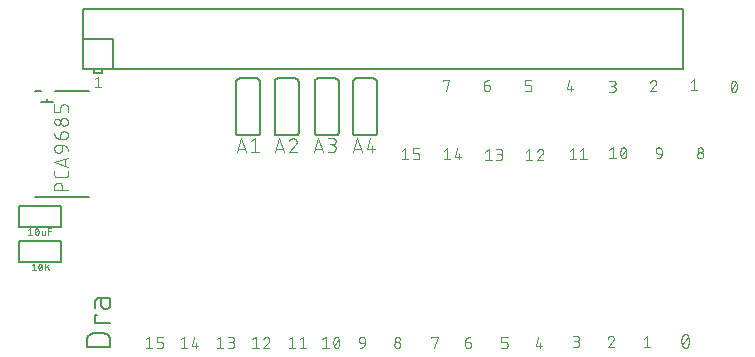
<source format=gbr>
G04 EAGLE Gerber X2 export*
%TF.Part,Single*%
%TF.FileFunction,Legend,Top,1*%
%TF.FilePolarity,Positive*%
%TF.GenerationSoftware,Autodesk,EAGLE,9.0.1*%
%TF.CreationDate,2018-06-21T06:15:50Z*%
G75*
%MOMM*%
%FSLAX34Y34*%
%LPD*%
%AMOC8*
5,1,8,0,0,1.08239X$1,22.5*%
G01*
%ADD10C,0.177800*%
%ADD11C,0.101600*%
%ADD12C,0.076200*%
%ADD13C,0.050800*%
%ADD14C,0.127000*%
%ADD15C,0.152400*%


D10*
X195861Y627139D02*
X175795Y627139D01*
X175795Y632713D01*
X175797Y632861D01*
X175803Y633010D01*
X175813Y633158D01*
X175827Y633305D01*
X175844Y633453D01*
X175866Y633600D01*
X175892Y633746D01*
X175921Y633891D01*
X175954Y634036D01*
X175991Y634180D01*
X176032Y634322D01*
X176077Y634464D01*
X176126Y634604D01*
X176178Y634743D01*
X176234Y634880D01*
X176293Y635016D01*
X176356Y635151D01*
X176423Y635283D01*
X176493Y635414D01*
X176567Y635543D01*
X176644Y635670D01*
X176724Y635794D01*
X176808Y635917D01*
X176895Y636037D01*
X176985Y636155D01*
X177078Y636271D01*
X177174Y636384D01*
X177273Y636494D01*
X177375Y636602D01*
X177480Y636707D01*
X177588Y636809D01*
X177698Y636908D01*
X177811Y637004D01*
X177927Y637097D01*
X178045Y637187D01*
X178165Y637274D01*
X178288Y637358D01*
X178412Y637438D01*
X178539Y637515D01*
X178668Y637589D01*
X178799Y637659D01*
X178931Y637726D01*
X179066Y637789D01*
X179202Y637848D01*
X179339Y637904D01*
X179478Y637956D01*
X179618Y638005D01*
X179760Y638050D01*
X179902Y638091D01*
X180046Y638128D01*
X180191Y638161D01*
X180336Y638190D01*
X180482Y638216D01*
X180629Y638238D01*
X180777Y638255D01*
X180924Y638269D01*
X181072Y638279D01*
X181221Y638285D01*
X181369Y638287D01*
X190287Y638287D01*
X190435Y638285D01*
X190584Y638279D01*
X190732Y638269D01*
X190879Y638255D01*
X191027Y638238D01*
X191174Y638216D01*
X191320Y638190D01*
X191465Y638161D01*
X191610Y638128D01*
X191754Y638091D01*
X191896Y638050D01*
X192038Y638005D01*
X192178Y637956D01*
X192317Y637904D01*
X192454Y637848D01*
X192590Y637789D01*
X192725Y637726D01*
X192857Y637659D01*
X192988Y637589D01*
X193117Y637515D01*
X193244Y637438D01*
X193368Y637358D01*
X193491Y637274D01*
X193611Y637187D01*
X193729Y637097D01*
X193845Y637004D01*
X193958Y636908D01*
X194068Y636809D01*
X194176Y636707D01*
X194281Y636602D01*
X194383Y636494D01*
X194482Y636384D01*
X194578Y636271D01*
X194671Y636155D01*
X194761Y636037D01*
X194848Y635917D01*
X194932Y635794D01*
X195012Y635670D01*
X195089Y635543D01*
X195163Y635414D01*
X195233Y635283D01*
X195300Y635151D01*
X195363Y635016D01*
X195422Y634880D01*
X195478Y634743D01*
X195530Y634604D01*
X195579Y634464D01*
X195624Y634322D01*
X195665Y634180D01*
X195702Y634036D01*
X195735Y633891D01*
X195764Y633746D01*
X195790Y633600D01*
X195812Y633453D01*
X195829Y633305D01*
X195843Y633158D01*
X195853Y633010D01*
X195859Y632861D01*
X195861Y632713D01*
X195861Y627139D01*
X195861Y646870D02*
X182484Y646870D01*
X182484Y653559D01*
X184713Y653559D01*
X188058Y662988D02*
X188058Y668004D01*
X188057Y662988D02*
X188059Y662864D01*
X188065Y662741D01*
X188075Y662617D01*
X188088Y662494D01*
X188106Y662371D01*
X188128Y662250D01*
X188153Y662128D01*
X188182Y662008D01*
X188215Y661889D01*
X188252Y661770D01*
X188292Y661653D01*
X188337Y661538D01*
X188384Y661424D01*
X188436Y661311D01*
X188491Y661200D01*
X188549Y661091D01*
X188611Y660984D01*
X188676Y660878D01*
X188745Y660775D01*
X188817Y660674D01*
X188892Y660576D01*
X188970Y660480D01*
X189051Y660386D01*
X189135Y660295D01*
X189222Y660207D01*
X189311Y660122D01*
X189404Y660039D01*
X189499Y659959D01*
X189596Y659883D01*
X189696Y659810D01*
X189798Y659739D01*
X189902Y659672D01*
X190008Y659609D01*
X190116Y659549D01*
X190226Y659492D01*
X190338Y659439D01*
X190451Y659389D01*
X190566Y659343D01*
X190683Y659301D01*
X190800Y659262D01*
X190919Y659227D01*
X191039Y659196D01*
X191160Y659169D01*
X191281Y659145D01*
X191404Y659126D01*
X191527Y659110D01*
X191650Y659098D01*
X191773Y659090D01*
X191897Y659086D01*
X192021Y659086D01*
X192145Y659090D01*
X192268Y659098D01*
X192391Y659110D01*
X192514Y659126D01*
X192637Y659145D01*
X192758Y659169D01*
X192879Y659196D01*
X192999Y659227D01*
X193118Y659262D01*
X193235Y659301D01*
X193352Y659343D01*
X193467Y659389D01*
X193580Y659439D01*
X193692Y659492D01*
X193802Y659549D01*
X193910Y659609D01*
X194016Y659672D01*
X194120Y659739D01*
X194222Y659810D01*
X194322Y659883D01*
X194419Y659959D01*
X194514Y660039D01*
X194607Y660122D01*
X194696Y660207D01*
X194783Y660295D01*
X194867Y660386D01*
X194948Y660480D01*
X195026Y660576D01*
X195101Y660674D01*
X195173Y660775D01*
X195242Y660878D01*
X195307Y660984D01*
X195369Y661091D01*
X195427Y661200D01*
X195482Y661311D01*
X195534Y661424D01*
X195581Y661538D01*
X195626Y661653D01*
X195666Y661770D01*
X195703Y661889D01*
X195736Y662008D01*
X195765Y662128D01*
X195790Y662250D01*
X195812Y662371D01*
X195830Y662494D01*
X195843Y662617D01*
X195853Y662741D01*
X195859Y662864D01*
X195861Y662988D01*
X195861Y668004D01*
X185828Y668004D01*
X185714Y668002D01*
X185600Y667996D01*
X185486Y667986D01*
X185373Y667973D01*
X185260Y667955D01*
X185148Y667934D01*
X185036Y667909D01*
X184926Y667880D01*
X184816Y667847D01*
X184708Y667811D01*
X184601Y667771D01*
X184496Y667727D01*
X184392Y667680D01*
X184290Y667629D01*
X184189Y667575D01*
X184091Y667517D01*
X183994Y667456D01*
X183900Y667392D01*
X183807Y667325D01*
X183718Y667254D01*
X183630Y667180D01*
X183546Y667104D01*
X183463Y667025D01*
X183384Y666942D01*
X183308Y666858D01*
X183234Y666770D01*
X183163Y666681D01*
X183096Y666588D01*
X183032Y666494D01*
X182971Y666397D01*
X182913Y666299D01*
X182859Y666198D01*
X182808Y666096D01*
X182761Y665992D01*
X182717Y665887D01*
X182677Y665780D01*
X182641Y665672D01*
X182608Y665562D01*
X182579Y665452D01*
X182554Y665340D01*
X182533Y665228D01*
X182515Y665115D01*
X182502Y665002D01*
X182492Y664888D01*
X182486Y664774D01*
X182484Y664660D01*
X182484Y660201D01*
D11*
X302758Y791758D02*
X306653Y803442D01*
X310547Y791758D01*
X309574Y794679D02*
X303732Y794679D01*
X314837Y800846D02*
X318083Y803442D01*
X318083Y791758D01*
X321328Y791758D02*
X314837Y791758D01*
X335008Y791758D02*
X338903Y803442D01*
X342797Y791758D01*
X341824Y794679D02*
X335982Y794679D01*
X350657Y803442D02*
X350764Y803440D01*
X350870Y803434D01*
X350976Y803424D01*
X351082Y803411D01*
X351188Y803393D01*
X351292Y803372D01*
X351396Y803347D01*
X351499Y803318D01*
X351600Y803286D01*
X351700Y803249D01*
X351799Y803209D01*
X351897Y803166D01*
X351993Y803119D01*
X352087Y803068D01*
X352179Y803014D01*
X352269Y802957D01*
X352357Y802897D01*
X352442Y802833D01*
X352525Y802766D01*
X352606Y802696D01*
X352684Y802624D01*
X352760Y802548D01*
X352832Y802470D01*
X352902Y802389D01*
X352969Y802306D01*
X353033Y802221D01*
X353093Y802133D01*
X353150Y802043D01*
X353204Y801951D01*
X353255Y801857D01*
X353302Y801761D01*
X353345Y801663D01*
X353385Y801564D01*
X353422Y801464D01*
X353454Y801363D01*
X353483Y801260D01*
X353508Y801156D01*
X353529Y801052D01*
X353547Y800946D01*
X353560Y800840D01*
X353570Y800734D01*
X353576Y800628D01*
X353578Y800521D01*
X350657Y803442D02*
X350536Y803440D01*
X350415Y803434D01*
X350295Y803424D01*
X350174Y803411D01*
X350055Y803393D01*
X349935Y803372D01*
X349817Y803347D01*
X349700Y803318D01*
X349583Y803285D01*
X349468Y803249D01*
X349354Y803208D01*
X349241Y803165D01*
X349129Y803117D01*
X349020Y803066D01*
X348912Y803011D01*
X348805Y802953D01*
X348701Y802892D01*
X348599Y802827D01*
X348499Y802759D01*
X348401Y802688D01*
X348305Y802614D01*
X348212Y802537D01*
X348122Y802456D01*
X348034Y802373D01*
X347949Y802287D01*
X347866Y802198D01*
X347787Y802107D01*
X347710Y802013D01*
X347637Y801917D01*
X347567Y801819D01*
X347500Y801718D01*
X347436Y801615D01*
X347376Y801510D01*
X347319Y801403D01*
X347265Y801295D01*
X347215Y801185D01*
X347169Y801073D01*
X347126Y800960D01*
X347087Y800845D01*
X352605Y798249D02*
X352684Y798326D01*
X352760Y798407D01*
X352833Y798490D01*
X352903Y798575D01*
X352970Y798663D01*
X353034Y798753D01*
X353094Y798845D01*
X353151Y798940D01*
X353205Y799036D01*
X353256Y799134D01*
X353303Y799234D01*
X353347Y799336D01*
X353387Y799439D01*
X353423Y799543D01*
X353455Y799649D01*
X353484Y799755D01*
X353509Y799863D01*
X353531Y799971D01*
X353548Y800081D01*
X353562Y800190D01*
X353571Y800300D01*
X353577Y800411D01*
X353579Y800521D01*
X352605Y798249D02*
X347087Y791758D01*
X353578Y791758D01*
X368008Y791758D02*
X371903Y803442D01*
X375797Y791758D01*
X374824Y794679D02*
X368982Y794679D01*
X380087Y791758D02*
X383333Y791758D01*
X383446Y791760D01*
X383559Y791766D01*
X383672Y791776D01*
X383785Y791790D01*
X383897Y791807D01*
X384008Y791829D01*
X384118Y791854D01*
X384228Y791884D01*
X384336Y791917D01*
X384443Y791954D01*
X384549Y791994D01*
X384653Y792039D01*
X384756Y792087D01*
X384857Y792138D01*
X384956Y792193D01*
X385053Y792251D01*
X385148Y792313D01*
X385241Y792378D01*
X385331Y792446D01*
X385419Y792517D01*
X385505Y792592D01*
X385588Y792669D01*
X385668Y792749D01*
X385745Y792832D01*
X385820Y792918D01*
X385891Y793006D01*
X385959Y793096D01*
X386024Y793189D01*
X386086Y793284D01*
X386144Y793381D01*
X386199Y793480D01*
X386250Y793581D01*
X386298Y793684D01*
X386343Y793788D01*
X386383Y793894D01*
X386420Y794001D01*
X386453Y794109D01*
X386483Y794219D01*
X386508Y794329D01*
X386530Y794440D01*
X386547Y794552D01*
X386561Y794665D01*
X386571Y794778D01*
X386577Y794891D01*
X386579Y795004D01*
X386577Y795117D01*
X386571Y795230D01*
X386561Y795343D01*
X386547Y795456D01*
X386530Y795568D01*
X386508Y795679D01*
X386483Y795789D01*
X386453Y795899D01*
X386420Y796007D01*
X386383Y796114D01*
X386343Y796220D01*
X386298Y796324D01*
X386250Y796427D01*
X386199Y796528D01*
X386144Y796627D01*
X386086Y796724D01*
X386024Y796819D01*
X385959Y796912D01*
X385891Y797002D01*
X385820Y797090D01*
X385745Y797176D01*
X385668Y797259D01*
X385588Y797339D01*
X385505Y797416D01*
X385419Y797491D01*
X385331Y797562D01*
X385241Y797630D01*
X385148Y797695D01*
X385053Y797757D01*
X384956Y797815D01*
X384857Y797870D01*
X384756Y797921D01*
X384653Y797969D01*
X384549Y798014D01*
X384443Y798054D01*
X384336Y798091D01*
X384228Y798124D01*
X384118Y798154D01*
X384008Y798179D01*
X383897Y798201D01*
X383785Y798218D01*
X383672Y798232D01*
X383559Y798242D01*
X383446Y798248D01*
X383333Y798250D01*
X383982Y803442D02*
X380087Y803442D01*
X383982Y803442D02*
X384083Y803440D01*
X384183Y803434D01*
X384283Y803424D01*
X384383Y803411D01*
X384482Y803393D01*
X384581Y803372D01*
X384678Y803347D01*
X384775Y803318D01*
X384870Y803285D01*
X384964Y803249D01*
X385056Y803209D01*
X385147Y803166D01*
X385236Y803119D01*
X385323Y803069D01*
X385409Y803015D01*
X385492Y802958D01*
X385572Y802898D01*
X385651Y802835D01*
X385727Y802768D01*
X385800Y802699D01*
X385870Y802627D01*
X385938Y802553D01*
X386003Y802476D01*
X386064Y802396D01*
X386123Y802314D01*
X386178Y802230D01*
X386230Y802144D01*
X386279Y802056D01*
X386324Y801966D01*
X386366Y801874D01*
X386404Y801781D01*
X386438Y801686D01*
X386469Y801591D01*
X386496Y801494D01*
X386519Y801396D01*
X386539Y801297D01*
X386554Y801197D01*
X386566Y801097D01*
X386574Y800997D01*
X386578Y800896D01*
X386578Y800796D01*
X386574Y800695D01*
X386566Y800595D01*
X386554Y800495D01*
X386539Y800395D01*
X386519Y800296D01*
X386496Y800198D01*
X386469Y800101D01*
X386438Y800006D01*
X386404Y799911D01*
X386366Y799818D01*
X386324Y799726D01*
X386279Y799636D01*
X386230Y799548D01*
X386178Y799462D01*
X386123Y799378D01*
X386064Y799296D01*
X386003Y799216D01*
X385938Y799139D01*
X385870Y799065D01*
X385800Y798993D01*
X385727Y798924D01*
X385651Y798857D01*
X385572Y798794D01*
X385492Y798734D01*
X385409Y798677D01*
X385323Y798623D01*
X385236Y798573D01*
X385147Y798526D01*
X385056Y798483D01*
X384964Y798443D01*
X384870Y798407D01*
X384775Y798374D01*
X384678Y798345D01*
X384581Y798320D01*
X384482Y798299D01*
X384383Y798281D01*
X384283Y798268D01*
X384183Y798258D01*
X384083Y798252D01*
X383982Y798250D01*
X383982Y798249D02*
X381385Y798249D01*
X401008Y791758D02*
X404903Y803442D01*
X408797Y791758D01*
X407824Y794679D02*
X401982Y794679D01*
X413087Y794354D02*
X415684Y803442D01*
X413087Y794354D02*
X419578Y794354D01*
X417631Y796951D02*
X417631Y791758D01*
X680232Y636069D02*
X680133Y635861D01*
X680040Y635651D01*
X679952Y635439D01*
X679869Y635225D01*
X679791Y635008D01*
X679718Y634790D01*
X679650Y634571D01*
X679588Y634349D01*
X679531Y634127D01*
X679479Y633903D01*
X679433Y633678D01*
X679392Y633452D01*
X679357Y633224D01*
X679327Y632997D01*
X679302Y632768D01*
X679283Y632539D01*
X679269Y632310D01*
X679261Y632080D01*
X679258Y631850D01*
X680232Y636069D02*
X680265Y636159D01*
X680301Y636248D01*
X680341Y636336D01*
X680385Y636421D01*
X680432Y636505D01*
X680482Y636587D01*
X680536Y636667D01*
X680592Y636744D01*
X680652Y636820D01*
X680715Y636893D01*
X680780Y636963D01*
X680849Y637031D01*
X680920Y637095D01*
X680993Y637157D01*
X681069Y637216D01*
X681147Y637272D01*
X681228Y637325D01*
X681310Y637374D01*
X681394Y637420D01*
X681481Y637463D01*
X681568Y637502D01*
X681658Y637538D01*
X681748Y637570D01*
X681840Y637598D01*
X681933Y637623D01*
X682027Y637644D01*
X682121Y637661D01*
X682216Y637675D01*
X682312Y637684D01*
X682408Y637690D01*
X682504Y637692D01*
X682600Y637690D01*
X682696Y637684D01*
X682792Y637675D01*
X682887Y637661D01*
X682981Y637644D01*
X683075Y637623D01*
X683168Y637598D01*
X683260Y637570D01*
X683350Y637538D01*
X683440Y637502D01*
X683527Y637463D01*
X683614Y637420D01*
X683698Y637374D01*
X683780Y637325D01*
X683861Y637272D01*
X683939Y637216D01*
X684015Y637157D01*
X684088Y637095D01*
X684159Y637031D01*
X684228Y636963D01*
X684293Y636893D01*
X684356Y636820D01*
X684416Y636744D01*
X684472Y636667D01*
X684526Y636587D01*
X684576Y636505D01*
X684623Y636421D01*
X684667Y636336D01*
X684707Y636248D01*
X684743Y636159D01*
X684776Y636069D01*
X684875Y635862D01*
X684968Y635652D01*
X685056Y635439D01*
X685139Y635225D01*
X685217Y635009D01*
X685290Y634791D01*
X685358Y634571D01*
X685420Y634350D01*
X685477Y634127D01*
X685529Y633903D01*
X685575Y633678D01*
X685616Y633452D01*
X685651Y633225D01*
X685681Y632997D01*
X685706Y632768D01*
X685725Y632539D01*
X685739Y632310D01*
X685747Y632080D01*
X685750Y631850D01*
X679258Y631850D02*
X679261Y631620D01*
X679269Y631390D01*
X679283Y631161D01*
X679302Y630932D01*
X679327Y630703D01*
X679357Y630475D01*
X679392Y630248D01*
X679433Y630022D01*
X679479Y629797D01*
X679531Y629573D01*
X679588Y629350D01*
X679650Y629129D01*
X679718Y628909D01*
X679791Y628691D01*
X679869Y628475D01*
X679952Y628261D01*
X680040Y628049D01*
X680133Y627838D01*
X680232Y627631D01*
X680265Y627541D01*
X680301Y627452D01*
X680342Y627364D01*
X680385Y627279D01*
X680432Y627195D01*
X680482Y627113D01*
X680536Y627033D01*
X680592Y626956D01*
X680652Y626880D01*
X680715Y626807D01*
X680780Y626737D01*
X680849Y626669D01*
X680920Y626605D01*
X680993Y626543D01*
X681069Y626484D01*
X681147Y626428D01*
X681228Y626375D01*
X681310Y626326D01*
X681394Y626280D01*
X681481Y626237D01*
X681568Y626198D01*
X681658Y626162D01*
X681748Y626130D01*
X681840Y626102D01*
X681933Y626077D01*
X682027Y626056D01*
X682121Y626039D01*
X682216Y626025D01*
X682312Y626016D01*
X682408Y626010D01*
X682504Y626008D01*
X684775Y627631D02*
X684874Y627838D01*
X684967Y628049D01*
X685055Y628261D01*
X685138Y628475D01*
X685216Y628691D01*
X685289Y628909D01*
X685357Y629129D01*
X685419Y629350D01*
X685476Y629573D01*
X685528Y629797D01*
X685574Y630022D01*
X685615Y630248D01*
X685650Y630475D01*
X685680Y630703D01*
X685705Y630932D01*
X685724Y631161D01*
X685738Y631390D01*
X685746Y631620D01*
X685749Y631850D01*
X684776Y627631D02*
X684743Y627541D01*
X684707Y627452D01*
X684667Y627364D01*
X684623Y627279D01*
X684576Y627195D01*
X684526Y627113D01*
X684472Y627033D01*
X684416Y626956D01*
X684356Y626880D01*
X684293Y626807D01*
X684228Y626737D01*
X684159Y626669D01*
X684088Y626605D01*
X684015Y626543D01*
X683939Y626484D01*
X683861Y626428D01*
X683780Y626375D01*
X683698Y626326D01*
X683614Y626280D01*
X683527Y626237D01*
X683440Y626198D01*
X683350Y626162D01*
X683260Y626130D01*
X683168Y626102D01*
X683075Y626077D01*
X682981Y626056D01*
X682887Y626039D01*
X682792Y626025D01*
X682696Y626016D01*
X682600Y626010D01*
X682504Y626008D01*
X679907Y628604D02*
X685100Y635096D01*
D12*
X228742Y635279D02*
X226131Y633191D01*
X228742Y635279D02*
X228742Y625881D01*
X231352Y625881D02*
X226131Y625881D01*
X235275Y625881D02*
X238408Y625881D01*
X238497Y625883D01*
X238585Y625889D01*
X238673Y625898D01*
X238761Y625911D01*
X238848Y625928D01*
X238934Y625948D01*
X239019Y625973D01*
X239104Y626000D01*
X239187Y626032D01*
X239268Y626066D01*
X239348Y626105D01*
X239426Y626146D01*
X239503Y626191D01*
X239577Y626239D01*
X239650Y626290D01*
X239720Y626344D01*
X239787Y626402D01*
X239853Y626462D01*
X239915Y626524D01*
X239975Y626590D01*
X240033Y626657D01*
X240087Y626727D01*
X240138Y626800D01*
X240186Y626874D01*
X240231Y626951D01*
X240272Y627029D01*
X240311Y627109D01*
X240345Y627190D01*
X240377Y627273D01*
X240404Y627358D01*
X240429Y627443D01*
X240449Y627529D01*
X240466Y627616D01*
X240479Y627704D01*
X240488Y627792D01*
X240494Y627880D01*
X240496Y627969D01*
X240496Y629014D01*
X240494Y629103D01*
X240488Y629191D01*
X240479Y629279D01*
X240466Y629367D01*
X240449Y629454D01*
X240429Y629540D01*
X240404Y629625D01*
X240377Y629710D01*
X240345Y629793D01*
X240311Y629874D01*
X240272Y629954D01*
X240231Y630032D01*
X240186Y630109D01*
X240138Y630183D01*
X240087Y630256D01*
X240033Y630326D01*
X239975Y630393D01*
X239915Y630459D01*
X239853Y630521D01*
X239787Y630581D01*
X239720Y630639D01*
X239650Y630693D01*
X239577Y630744D01*
X239503Y630792D01*
X239426Y630837D01*
X239348Y630878D01*
X239268Y630917D01*
X239187Y630951D01*
X239104Y630983D01*
X239019Y631010D01*
X238934Y631035D01*
X238848Y631055D01*
X238761Y631072D01*
X238673Y631085D01*
X238585Y631094D01*
X238497Y631100D01*
X238408Y631102D01*
X235275Y631102D01*
X235275Y635279D01*
X240496Y635279D01*
X255381Y633191D02*
X257992Y635279D01*
X257992Y625881D01*
X260602Y625881D02*
X255381Y625881D01*
X264525Y627969D02*
X266613Y635279D01*
X264525Y627969D02*
X269746Y627969D01*
X268180Y630058D02*
X268180Y625881D01*
X286131Y633191D02*
X288742Y635279D01*
X288742Y625881D01*
X291352Y625881D02*
X286131Y625881D01*
X295275Y625881D02*
X297886Y625881D01*
X297987Y625883D01*
X298088Y625889D01*
X298189Y625899D01*
X298289Y625912D01*
X298389Y625930D01*
X298488Y625951D01*
X298586Y625977D01*
X298683Y626006D01*
X298779Y626038D01*
X298873Y626075D01*
X298966Y626115D01*
X299058Y626159D01*
X299147Y626206D01*
X299235Y626257D01*
X299321Y626311D01*
X299404Y626368D01*
X299486Y626428D01*
X299564Y626492D01*
X299641Y626558D01*
X299714Y626628D01*
X299785Y626700D01*
X299853Y626775D01*
X299918Y626853D01*
X299980Y626933D01*
X300039Y627015D01*
X300095Y627100D01*
X300147Y627187D01*
X300196Y627275D01*
X300242Y627366D01*
X300283Y627458D01*
X300322Y627552D01*
X300356Y627647D01*
X300387Y627743D01*
X300414Y627841D01*
X300438Y627939D01*
X300457Y628039D01*
X300473Y628139D01*
X300485Y628239D01*
X300493Y628340D01*
X300497Y628441D01*
X300497Y628543D01*
X300493Y628644D01*
X300485Y628745D01*
X300473Y628845D01*
X300457Y628945D01*
X300438Y629045D01*
X300414Y629143D01*
X300387Y629241D01*
X300356Y629337D01*
X300322Y629432D01*
X300283Y629526D01*
X300242Y629618D01*
X300196Y629709D01*
X300147Y629798D01*
X300095Y629884D01*
X300039Y629969D01*
X299980Y630051D01*
X299918Y630131D01*
X299853Y630209D01*
X299785Y630284D01*
X299714Y630356D01*
X299641Y630426D01*
X299564Y630492D01*
X299486Y630556D01*
X299404Y630616D01*
X299321Y630673D01*
X299235Y630727D01*
X299147Y630778D01*
X299058Y630825D01*
X298966Y630869D01*
X298873Y630909D01*
X298779Y630946D01*
X298683Y630978D01*
X298586Y631007D01*
X298488Y631033D01*
X298389Y631054D01*
X298289Y631072D01*
X298189Y631085D01*
X298088Y631095D01*
X297987Y631101D01*
X297886Y631103D01*
X298408Y635279D02*
X295275Y635279D01*
X298408Y635279D02*
X298498Y635277D01*
X298587Y635271D01*
X298677Y635262D01*
X298766Y635248D01*
X298854Y635231D01*
X298941Y635210D01*
X299028Y635185D01*
X299113Y635156D01*
X299197Y635124D01*
X299279Y635089D01*
X299360Y635049D01*
X299439Y635007D01*
X299516Y634961D01*
X299591Y634911D01*
X299664Y634859D01*
X299735Y634803D01*
X299803Y634745D01*
X299868Y634683D01*
X299931Y634619D01*
X299991Y634552D01*
X300048Y634483D01*
X300102Y634411D01*
X300153Y634337D01*
X300201Y634261D01*
X300245Y634183D01*
X300286Y634103D01*
X300324Y634021D01*
X300358Y633938D01*
X300388Y633853D01*
X300415Y633767D01*
X300438Y633681D01*
X300457Y633593D01*
X300472Y633504D01*
X300484Y633415D01*
X300492Y633326D01*
X300496Y633236D01*
X300496Y633146D01*
X300492Y633056D01*
X300484Y632967D01*
X300472Y632878D01*
X300457Y632789D01*
X300438Y632701D01*
X300415Y632615D01*
X300388Y632529D01*
X300358Y632444D01*
X300324Y632361D01*
X300286Y632279D01*
X300245Y632199D01*
X300201Y632121D01*
X300153Y632045D01*
X300102Y631971D01*
X300048Y631899D01*
X299991Y631830D01*
X299931Y631763D01*
X299868Y631699D01*
X299803Y631637D01*
X299735Y631579D01*
X299664Y631523D01*
X299591Y631471D01*
X299516Y631421D01*
X299439Y631375D01*
X299360Y631333D01*
X299279Y631293D01*
X299197Y631258D01*
X299113Y631226D01*
X299028Y631197D01*
X298941Y631172D01*
X298854Y631151D01*
X298766Y631134D01*
X298677Y631120D01*
X298587Y631111D01*
X298498Y631105D01*
X298408Y631103D01*
X298408Y631102D02*
X296319Y631102D01*
X316131Y633191D02*
X318742Y635279D01*
X318742Y625881D01*
X321352Y625881D02*
X316131Y625881D01*
X328147Y635280D02*
X328242Y635278D01*
X328336Y635272D01*
X328430Y635263D01*
X328524Y635250D01*
X328617Y635233D01*
X328709Y635212D01*
X328801Y635187D01*
X328891Y635159D01*
X328980Y635127D01*
X329068Y635092D01*
X329154Y635053D01*
X329239Y635011D01*
X329322Y634965D01*
X329403Y634916D01*
X329482Y634864D01*
X329559Y634809D01*
X329633Y634750D01*
X329705Y634689D01*
X329775Y634625D01*
X329842Y634558D01*
X329906Y634488D01*
X329967Y634416D01*
X330026Y634342D01*
X330081Y634265D01*
X330133Y634186D01*
X330182Y634105D01*
X330228Y634022D01*
X330270Y633937D01*
X330309Y633851D01*
X330344Y633763D01*
X330376Y633674D01*
X330404Y633584D01*
X330429Y633492D01*
X330450Y633400D01*
X330467Y633307D01*
X330480Y633213D01*
X330489Y633119D01*
X330495Y633025D01*
X330497Y632930D01*
X328147Y635279D02*
X328039Y635277D01*
X327930Y635271D01*
X327822Y635261D01*
X327715Y635248D01*
X327608Y635230D01*
X327501Y635209D01*
X327396Y635184D01*
X327291Y635155D01*
X327188Y635123D01*
X327086Y635086D01*
X326985Y635046D01*
X326886Y635003D01*
X326788Y634956D01*
X326692Y634905D01*
X326598Y634851D01*
X326506Y634794D01*
X326416Y634733D01*
X326328Y634669D01*
X326243Y634603D01*
X326160Y634533D01*
X326080Y634460D01*
X326002Y634384D01*
X325927Y634306D01*
X325855Y634225D01*
X325786Y634141D01*
X325720Y634055D01*
X325657Y633967D01*
X325598Y633876D01*
X325541Y633784D01*
X325488Y633689D01*
X325439Y633593D01*
X325393Y633494D01*
X325350Y633395D01*
X325311Y633293D01*
X325276Y633191D01*
X329713Y631102D02*
X329782Y631171D01*
X329848Y631242D01*
X329912Y631315D01*
X329973Y631391D01*
X330031Y631470D01*
X330085Y631550D01*
X330137Y631633D01*
X330185Y631717D01*
X330231Y631803D01*
X330272Y631891D01*
X330311Y631981D01*
X330346Y632072D01*
X330377Y632164D01*
X330405Y632257D01*
X330429Y632351D01*
X330449Y632446D01*
X330466Y632542D01*
X330479Y632639D01*
X330488Y632736D01*
X330494Y632833D01*
X330496Y632930D01*
X329713Y631102D02*
X325275Y625881D01*
X330496Y625881D01*
X346881Y633191D02*
X349492Y635279D01*
X349492Y625881D01*
X352102Y625881D02*
X346881Y625881D01*
X356025Y633191D02*
X358636Y635279D01*
X358636Y625881D01*
X361246Y625881D02*
X356025Y625881D01*
X375381Y633191D02*
X377992Y635279D01*
X377992Y625881D01*
X380602Y625881D02*
X375381Y625881D01*
X384525Y630580D02*
X384527Y630765D01*
X384534Y630950D01*
X384545Y631134D01*
X384560Y631318D01*
X384580Y631502D01*
X384604Y631686D01*
X384633Y631868D01*
X384666Y632050D01*
X384703Y632231D01*
X384745Y632411D01*
X384791Y632591D01*
X384841Y632769D01*
X384895Y632945D01*
X384954Y633121D01*
X385016Y633295D01*
X385083Y633467D01*
X385154Y633638D01*
X385229Y633807D01*
X385308Y633974D01*
X385338Y634054D01*
X385371Y634133D01*
X385408Y634210D01*
X385448Y634286D01*
X385491Y634360D01*
X385537Y634432D01*
X385587Y634501D01*
X385639Y634569D01*
X385695Y634634D01*
X385753Y634697D01*
X385815Y634756D01*
X385878Y634814D01*
X385945Y634868D01*
X386013Y634919D01*
X386084Y634967D01*
X386157Y635012D01*
X386231Y635054D01*
X386308Y635092D01*
X386386Y635127D01*
X386465Y635159D01*
X386546Y635187D01*
X386628Y635211D01*
X386712Y635232D01*
X386795Y635249D01*
X386880Y635262D01*
X386965Y635271D01*
X387050Y635277D01*
X387136Y635279D01*
X387222Y635277D01*
X387307Y635271D01*
X387392Y635262D01*
X387477Y635249D01*
X387560Y635232D01*
X387644Y635211D01*
X387726Y635187D01*
X387807Y635159D01*
X387886Y635127D01*
X387964Y635092D01*
X388041Y635054D01*
X388115Y635012D01*
X388188Y634967D01*
X388259Y634919D01*
X388327Y634868D01*
X388394Y634814D01*
X388457Y634756D01*
X388519Y634697D01*
X388577Y634634D01*
X388633Y634569D01*
X388685Y634501D01*
X388735Y634432D01*
X388781Y634360D01*
X388824Y634286D01*
X388864Y634210D01*
X388901Y634133D01*
X388934Y634054D01*
X388964Y633974D01*
X388963Y633974D02*
X389042Y633807D01*
X389117Y633638D01*
X389188Y633467D01*
X389255Y633295D01*
X389317Y633121D01*
X389376Y632945D01*
X389430Y632769D01*
X389480Y632591D01*
X389526Y632411D01*
X389568Y632231D01*
X389605Y632050D01*
X389638Y631868D01*
X389667Y631686D01*
X389691Y631502D01*
X389711Y631318D01*
X389726Y631134D01*
X389737Y630950D01*
X389744Y630765D01*
X389746Y630580D01*
X384525Y630580D02*
X384527Y630395D01*
X384534Y630210D01*
X384545Y630026D01*
X384560Y629842D01*
X384580Y629658D01*
X384604Y629474D01*
X384633Y629292D01*
X384666Y629110D01*
X384703Y628929D01*
X384745Y628749D01*
X384791Y628569D01*
X384841Y628391D01*
X384895Y628215D01*
X384954Y628039D01*
X385016Y627865D01*
X385083Y627693D01*
X385154Y627522D01*
X385229Y627353D01*
X385308Y627186D01*
X385338Y627106D01*
X385371Y627027D01*
X385408Y626950D01*
X385448Y626874D01*
X385491Y626800D01*
X385537Y626728D01*
X385587Y626659D01*
X385640Y626591D01*
X385695Y626526D01*
X385754Y626463D01*
X385815Y626404D01*
X385878Y626346D01*
X385945Y626292D01*
X386013Y626241D01*
X386084Y626193D01*
X386157Y626148D01*
X386231Y626106D01*
X386308Y626068D01*
X386386Y626033D01*
X386465Y626001D01*
X386546Y625973D01*
X386628Y625949D01*
X386712Y625928D01*
X386795Y625911D01*
X386880Y625898D01*
X386965Y625889D01*
X387050Y625883D01*
X387136Y625881D01*
X388963Y627186D02*
X389042Y627353D01*
X389117Y627522D01*
X389188Y627693D01*
X389255Y627865D01*
X389317Y628039D01*
X389376Y628215D01*
X389430Y628391D01*
X389480Y628569D01*
X389526Y628749D01*
X389568Y628929D01*
X389605Y629110D01*
X389638Y629292D01*
X389667Y629474D01*
X389691Y629658D01*
X389711Y629842D01*
X389726Y630026D01*
X389737Y630210D01*
X389744Y630395D01*
X389746Y630580D01*
X388964Y627186D02*
X388934Y627106D01*
X388901Y627027D01*
X388864Y626950D01*
X388824Y626874D01*
X388781Y626800D01*
X388735Y626728D01*
X388685Y626659D01*
X388633Y626591D01*
X388577Y626526D01*
X388519Y626463D01*
X388457Y626404D01*
X388394Y626346D01*
X388327Y626292D01*
X388259Y626241D01*
X388188Y626193D01*
X388115Y626148D01*
X388041Y626106D01*
X387964Y626068D01*
X387886Y626033D01*
X387807Y626001D01*
X387726Y625973D01*
X387644Y625949D01*
X387560Y625928D01*
X387477Y625911D01*
X387392Y625898D01*
X387307Y625889D01*
X387222Y625883D01*
X387136Y625881D01*
X385047Y627969D02*
X389224Y633191D01*
X408219Y630058D02*
X411352Y630058D01*
X408219Y630058D02*
X408130Y630060D01*
X408042Y630066D01*
X407954Y630075D01*
X407866Y630088D01*
X407779Y630105D01*
X407693Y630125D01*
X407608Y630150D01*
X407523Y630177D01*
X407440Y630209D01*
X407359Y630243D01*
X407279Y630282D01*
X407201Y630323D01*
X407124Y630368D01*
X407050Y630416D01*
X406977Y630467D01*
X406907Y630521D01*
X406840Y630579D01*
X406774Y630639D01*
X406712Y630701D01*
X406652Y630767D01*
X406594Y630834D01*
X406540Y630904D01*
X406489Y630977D01*
X406441Y631051D01*
X406396Y631128D01*
X406355Y631206D01*
X406316Y631286D01*
X406282Y631367D01*
X406250Y631450D01*
X406223Y631535D01*
X406198Y631620D01*
X406178Y631706D01*
X406161Y631793D01*
X406148Y631881D01*
X406139Y631969D01*
X406133Y632057D01*
X406131Y632146D01*
X406131Y632668D01*
X406133Y632769D01*
X406139Y632870D01*
X406149Y632971D01*
X406162Y633071D01*
X406180Y633171D01*
X406201Y633270D01*
X406227Y633368D01*
X406256Y633465D01*
X406288Y633561D01*
X406325Y633655D01*
X406365Y633748D01*
X406409Y633840D01*
X406456Y633929D01*
X406507Y634017D01*
X406561Y634103D01*
X406618Y634186D01*
X406678Y634268D01*
X406742Y634346D01*
X406808Y634423D01*
X406878Y634496D01*
X406950Y634567D01*
X407025Y634635D01*
X407103Y634700D01*
X407183Y634762D01*
X407265Y634821D01*
X407350Y634877D01*
X407437Y634929D01*
X407525Y634978D01*
X407616Y635024D01*
X407708Y635065D01*
X407802Y635104D01*
X407897Y635138D01*
X407993Y635169D01*
X408091Y635196D01*
X408189Y635220D01*
X408289Y635239D01*
X408389Y635255D01*
X408489Y635267D01*
X408590Y635275D01*
X408691Y635279D01*
X408793Y635279D01*
X408894Y635275D01*
X408995Y635267D01*
X409095Y635255D01*
X409195Y635239D01*
X409295Y635220D01*
X409393Y635196D01*
X409491Y635169D01*
X409587Y635138D01*
X409682Y635104D01*
X409776Y635065D01*
X409868Y635024D01*
X409959Y634978D01*
X410048Y634929D01*
X410134Y634877D01*
X410219Y634821D01*
X410301Y634762D01*
X410381Y634700D01*
X410459Y634635D01*
X410534Y634567D01*
X410606Y634496D01*
X410676Y634423D01*
X410742Y634346D01*
X410806Y634268D01*
X410866Y634186D01*
X410923Y634103D01*
X410977Y634017D01*
X411028Y633929D01*
X411075Y633840D01*
X411119Y633748D01*
X411159Y633655D01*
X411196Y633561D01*
X411228Y633465D01*
X411257Y633368D01*
X411283Y633270D01*
X411304Y633171D01*
X411322Y633071D01*
X411335Y632971D01*
X411345Y632870D01*
X411351Y632769D01*
X411353Y632668D01*
X411352Y632668D02*
X411352Y630058D01*
X411350Y629932D01*
X411344Y629806D01*
X411335Y629680D01*
X411322Y629555D01*
X411304Y629430D01*
X411284Y629305D01*
X411259Y629181D01*
X411231Y629058D01*
X411199Y628936D01*
X411163Y628815D01*
X411124Y628695D01*
X411081Y628577D01*
X411034Y628460D01*
X410984Y628344D01*
X410930Y628229D01*
X410874Y628117D01*
X410813Y628006D01*
X410750Y627897D01*
X410683Y627790D01*
X410613Y627685D01*
X410539Y627582D01*
X410463Y627482D01*
X410384Y627384D01*
X410302Y627288D01*
X410216Y627195D01*
X410129Y627104D01*
X410038Y627017D01*
X409945Y626931D01*
X409849Y626849D01*
X409751Y626770D01*
X409651Y626694D01*
X409548Y626620D01*
X409443Y626550D01*
X409336Y626483D01*
X409227Y626420D01*
X409116Y626359D01*
X409004Y626303D01*
X408889Y626249D01*
X408773Y626199D01*
X408656Y626152D01*
X408538Y626109D01*
X408418Y626070D01*
X408297Y626034D01*
X408175Y626002D01*
X408052Y625974D01*
X407928Y625949D01*
X407803Y625929D01*
X407678Y625911D01*
X407553Y625898D01*
X407427Y625889D01*
X407301Y625883D01*
X407175Y625881D01*
X436131Y628492D02*
X436133Y628593D01*
X436139Y628694D01*
X436149Y628795D01*
X436162Y628895D01*
X436180Y628995D01*
X436201Y629094D01*
X436227Y629192D01*
X436256Y629289D01*
X436288Y629385D01*
X436325Y629479D01*
X436365Y629572D01*
X436409Y629664D01*
X436456Y629753D01*
X436507Y629841D01*
X436561Y629927D01*
X436618Y630010D01*
X436678Y630092D01*
X436742Y630170D01*
X436808Y630247D01*
X436878Y630320D01*
X436950Y630391D01*
X437025Y630459D01*
X437103Y630524D01*
X437183Y630586D01*
X437265Y630645D01*
X437350Y630701D01*
X437437Y630753D01*
X437525Y630802D01*
X437616Y630848D01*
X437708Y630889D01*
X437802Y630928D01*
X437897Y630962D01*
X437993Y630993D01*
X438091Y631020D01*
X438189Y631044D01*
X438289Y631063D01*
X438389Y631079D01*
X438489Y631091D01*
X438590Y631099D01*
X438691Y631103D01*
X438793Y631103D01*
X438894Y631099D01*
X438995Y631091D01*
X439095Y631079D01*
X439195Y631063D01*
X439295Y631044D01*
X439393Y631020D01*
X439491Y630993D01*
X439587Y630962D01*
X439682Y630928D01*
X439776Y630889D01*
X439868Y630848D01*
X439959Y630802D01*
X440048Y630753D01*
X440134Y630701D01*
X440219Y630645D01*
X440301Y630586D01*
X440381Y630524D01*
X440459Y630459D01*
X440534Y630391D01*
X440606Y630320D01*
X440676Y630247D01*
X440742Y630170D01*
X440806Y630092D01*
X440866Y630010D01*
X440923Y629927D01*
X440977Y629841D01*
X441028Y629753D01*
X441075Y629664D01*
X441119Y629572D01*
X441159Y629479D01*
X441196Y629385D01*
X441228Y629289D01*
X441257Y629192D01*
X441283Y629094D01*
X441304Y628995D01*
X441322Y628895D01*
X441335Y628795D01*
X441345Y628694D01*
X441351Y628593D01*
X441353Y628492D01*
X441351Y628391D01*
X441345Y628290D01*
X441335Y628189D01*
X441322Y628089D01*
X441304Y627989D01*
X441283Y627890D01*
X441257Y627792D01*
X441228Y627695D01*
X441196Y627599D01*
X441159Y627505D01*
X441119Y627412D01*
X441075Y627320D01*
X441028Y627231D01*
X440977Y627143D01*
X440923Y627057D01*
X440866Y626974D01*
X440806Y626892D01*
X440742Y626814D01*
X440676Y626737D01*
X440606Y626664D01*
X440534Y626593D01*
X440459Y626525D01*
X440381Y626460D01*
X440301Y626398D01*
X440219Y626339D01*
X440134Y626283D01*
X440047Y626231D01*
X439959Y626182D01*
X439868Y626136D01*
X439776Y626095D01*
X439682Y626056D01*
X439587Y626022D01*
X439491Y625991D01*
X439393Y625964D01*
X439295Y625940D01*
X439195Y625921D01*
X439095Y625905D01*
X438995Y625893D01*
X438894Y625885D01*
X438793Y625881D01*
X438691Y625881D01*
X438590Y625885D01*
X438489Y625893D01*
X438389Y625905D01*
X438289Y625921D01*
X438189Y625940D01*
X438091Y625964D01*
X437993Y625991D01*
X437897Y626022D01*
X437802Y626056D01*
X437708Y626095D01*
X437616Y626136D01*
X437525Y626182D01*
X437437Y626231D01*
X437350Y626283D01*
X437265Y626339D01*
X437183Y626398D01*
X437103Y626460D01*
X437025Y626525D01*
X436950Y626593D01*
X436878Y626664D01*
X436808Y626737D01*
X436742Y626814D01*
X436678Y626892D01*
X436618Y626974D01*
X436561Y627057D01*
X436507Y627143D01*
X436456Y627231D01*
X436409Y627320D01*
X436365Y627412D01*
X436325Y627505D01*
X436288Y627599D01*
X436256Y627695D01*
X436227Y627792D01*
X436201Y627890D01*
X436180Y627989D01*
X436162Y628089D01*
X436149Y628189D01*
X436139Y628290D01*
X436133Y628391D01*
X436131Y628492D01*
X436654Y633191D02*
X436656Y633281D01*
X436662Y633370D01*
X436671Y633460D01*
X436685Y633549D01*
X436702Y633637D01*
X436723Y633724D01*
X436748Y633811D01*
X436777Y633896D01*
X436809Y633980D01*
X436844Y634062D01*
X436884Y634143D01*
X436926Y634222D01*
X436972Y634299D01*
X437022Y634374D01*
X437074Y634447D01*
X437130Y634518D01*
X437188Y634586D01*
X437250Y634651D01*
X437314Y634714D01*
X437381Y634774D01*
X437450Y634831D01*
X437522Y634885D01*
X437596Y634936D01*
X437672Y634984D01*
X437750Y635028D01*
X437830Y635069D01*
X437912Y635107D01*
X437995Y635141D01*
X438080Y635171D01*
X438166Y635198D01*
X438252Y635221D01*
X438340Y635240D01*
X438429Y635255D01*
X438518Y635267D01*
X438607Y635275D01*
X438697Y635279D01*
X438787Y635279D01*
X438877Y635275D01*
X438966Y635267D01*
X439055Y635255D01*
X439144Y635240D01*
X439232Y635221D01*
X439318Y635198D01*
X439404Y635171D01*
X439489Y635141D01*
X439572Y635107D01*
X439654Y635069D01*
X439734Y635028D01*
X439812Y634984D01*
X439888Y634936D01*
X439962Y634885D01*
X440034Y634831D01*
X440103Y634774D01*
X440170Y634714D01*
X440234Y634651D01*
X440296Y634586D01*
X440354Y634518D01*
X440410Y634447D01*
X440462Y634374D01*
X440512Y634299D01*
X440558Y634222D01*
X440600Y634143D01*
X440640Y634062D01*
X440675Y633980D01*
X440707Y633896D01*
X440736Y633811D01*
X440761Y633724D01*
X440782Y633637D01*
X440799Y633549D01*
X440813Y633460D01*
X440822Y633370D01*
X440828Y633281D01*
X440830Y633191D01*
X440828Y633101D01*
X440822Y633012D01*
X440813Y632922D01*
X440799Y632833D01*
X440782Y632745D01*
X440761Y632658D01*
X440736Y632571D01*
X440707Y632486D01*
X440675Y632402D01*
X440640Y632320D01*
X440600Y632239D01*
X440558Y632160D01*
X440512Y632083D01*
X440462Y632008D01*
X440410Y631935D01*
X440354Y631864D01*
X440296Y631796D01*
X440234Y631731D01*
X440170Y631668D01*
X440103Y631608D01*
X440034Y631551D01*
X439962Y631497D01*
X439888Y631446D01*
X439812Y631398D01*
X439734Y631354D01*
X439654Y631313D01*
X439572Y631275D01*
X439489Y631241D01*
X439404Y631211D01*
X439318Y631184D01*
X439232Y631161D01*
X439144Y631142D01*
X439055Y631127D01*
X438966Y631115D01*
X438877Y631107D01*
X438787Y631103D01*
X438697Y631103D01*
X438607Y631107D01*
X438518Y631115D01*
X438429Y631127D01*
X438340Y631142D01*
X438252Y631161D01*
X438166Y631184D01*
X438080Y631211D01*
X437995Y631241D01*
X437912Y631275D01*
X437830Y631313D01*
X437750Y631354D01*
X437672Y631398D01*
X437596Y631446D01*
X437522Y631497D01*
X437450Y631551D01*
X437381Y631608D01*
X437314Y631668D01*
X437250Y631731D01*
X437188Y631796D01*
X437130Y631864D01*
X437074Y631935D01*
X437022Y632008D01*
X436972Y632083D01*
X436926Y632160D01*
X436884Y632239D01*
X436844Y632320D01*
X436809Y632402D01*
X436777Y632486D01*
X436748Y632571D01*
X436723Y632658D01*
X436702Y632745D01*
X436685Y632833D01*
X436671Y632922D01*
X436662Y633012D01*
X436656Y633101D01*
X436654Y633191D01*
X467631Y634235D02*
X467631Y635279D01*
X472852Y635279D01*
X470242Y625881D01*
X496131Y631102D02*
X499264Y631102D01*
X499353Y631100D01*
X499441Y631094D01*
X499529Y631085D01*
X499617Y631072D01*
X499704Y631055D01*
X499790Y631035D01*
X499875Y631010D01*
X499960Y630983D01*
X500043Y630951D01*
X500124Y630917D01*
X500204Y630878D01*
X500282Y630837D01*
X500359Y630792D01*
X500433Y630744D01*
X500506Y630693D01*
X500576Y630639D01*
X500643Y630581D01*
X500709Y630521D01*
X500771Y630459D01*
X500831Y630393D01*
X500889Y630326D01*
X500943Y630256D01*
X500994Y630183D01*
X501042Y630109D01*
X501087Y630032D01*
X501128Y629954D01*
X501167Y629874D01*
X501201Y629793D01*
X501233Y629710D01*
X501260Y629625D01*
X501285Y629540D01*
X501305Y629454D01*
X501322Y629367D01*
X501335Y629279D01*
X501344Y629191D01*
X501350Y629103D01*
X501352Y629014D01*
X501352Y628492D01*
X501353Y628492D02*
X501351Y628391D01*
X501345Y628290D01*
X501335Y628189D01*
X501322Y628089D01*
X501304Y627989D01*
X501283Y627890D01*
X501257Y627792D01*
X501228Y627695D01*
X501196Y627599D01*
X501159Y627505D01*
X501119Y627412D01*
X501075Y627320D01*
X501028Y627231D01*
X500977Y627143D01*
X500923Y627057D01*
X500866Y626974D01*
X500806Y626892D01*
X500742Y626814D01*
X500676Y626737D01*
X500606Y626664D01*
X500534Y626593D01*
X500459Y626525D01*
X500381Y626460D01*
X500301Y626398D01*
X500219Y626339D01*
X500134Y626283D01*
X500047Y626231D01*
X499959Y626182D01*
X499868Y626136D01*
X499776Y626095D01*
X499682Y626056D01*
X499587Y626022D01*
X499491Y625991D01*
X499393Y625964D01*
X499295Y625940D01*
X499195Y625921D01*
X499095Y625905D01*
X498995Y625893D01*
X498894Y625885D01*
X498793Y625881D01*
X498691Y625881D01*
X498590Y625885D01*
X498489Y625893D01*
X498389Y625905D01*
X498289Y625921D01*
X498189Y625940D01*
X498091Y625964D01*
X497993Y625991D01*
X497897Y626022D01*
X497802Y626056D01*
X497708Y626095D01*
X497616Y626136D01*
X497525Y626182D01*
X497437Y626231D01*
X497350Y626283D01*
X497265Y626339D01*
X497183Y626398D01*
X497103Y626460D01*
X497025Y626525D01*
X496950Y626593D01*
X496878Y626664D01*
X496808Y626737D01*
X496742Y626814D01*
X496678Y626892D01*
X496618Y626974D01*
X496561Y627057D01*
X496507Y627143D01*
X496456Y627231D01*
X496409Y627320D01*
X496365Y627412D01*
X496325Y627505D01*
X496288Y627599D01*
X496256Y627695D01*
X496227Y627792D01*
X496201Y627890D01*
X496180Y627989D01*
X496162Y628089D01*
X496149Y628189D01*
X496139Y628290D01*
X496133Y628391D01*
X496131Y628492D01*
X496131Y631102D01*
X496133Y631231D01*
X496139Y631359D01*
X496149Y631487D01*
X496163Y631615D01*
X496180Y631743D01*
X496202Y631870D01*
X496228Y631996D01*
X496257Y632121D01*
X496290Y632245D01*
X496328Y632368D01*
X496368Y632490D01*
X496413Y632611D01*
X496461Y632730D01*
X496513Y632848D01*
X496569Y632964D01*
X496628Y633078D01*
X496691Y633190D01*
X496757Y633301D01*
X496826Y633409D01*
X496899Y633515D01*
X496975Y633619D01*
X497054Y633721D01*
X497136Y633820D01*
X497221Y633916D01*
X497309Y634010D01*
X497400Y634101D01*
X497494Y634189D01*
X497590Y634274D01*
X497689Y634356D01*
X497791Y634435D01*
X497895Y634511D01*
X498001Y634584D01*
X498109Y634653D01*
X498219Y634719D01*
X498332Y634782D01*
X498446Y634841D01*
X498562Y634897D01*
X498680Y634949D01*
X498799Y634997D01*
X498920Y635042D01*
X499042Y635082D01*
X499165Y635120D01*
X499289Y635153D01*
X499414Y635182D01*
X499540Y635208D01*
X499667Y635230D01*
X499795Y635247D01*
X499923Y635261D01*
X500051Y635271D01*
X500179Y635277D01*
X500308Y635279D01*
X526881Y625881D02*
X530014Y625881D01*
X530103Y625883D01*
X530191Y625889D01*
X530279Y625898D01*
X530367Y625911D01*
X530454Y625928D01*
X530540Y625948D01*
X530625Y625973D01*
X530710Y626000D01*
X530793Y626032D01*
X530874Y626066D01*
X530954Y626105D01*
X531032Y626146D01*
X531109Y626191D01*
X531183Y626239D01*
X531256Y626290D01*
X531326Y626344D01*
X531393Y626402D01*
X531459Y626462D01*
X531521Y626524D01*
X531581Y626590D01*
X531639Y626657D01*
X531693Y626727D01*
X531744Y626800D01*
X531792Y626874D01*
X531837Y626951D01*
X531878Y627029D01*
X531917Y627109D01*
X531951Y627190D01*
X531983Y627273D01*
X532010Y627358D01*
X532035Y627443D01*
X532055Y627529D01*
X532072Y627616D01*
X532085Y627704D01*
X532094Y627792D01*
X532100Y627880D01*
X532102Y627969D01*
X532102Y629014D01*
X532100Y629103D01*
X532094Y629191D01*
X532085Y629279D01*
X532072Y629367D01*
X532055Y629454D01*
X532035Y629540D01*
X532010Y629625D01*
X531983Y629710D01*
X531951Y629793D01*
X531917Y629874D01*
X531878Y629954D01*
X531837Y630032D01*
X531792Y630109D01*
X531744Y630183D01*
X531693Y630256D01*
X531639Y630326D01*
X531581Y630393D01*
X531521Y630459D01*
X531459Y630521D01*
X531393Y630581D01*
X531326Y630639D01*
X531256Y630693D01*
X531183Y630744D01*
X531109Y630792D01*
X531032Y630837D01*
X530954Y630878D01*
X530874Y630917D01*
X530793Y630951D01*
X530710Y630983D01*
X530625Y631010D01*
X530540Y631035D01*
X530454Y631055D01*
X530367Y631072D01*
X530279Y631085D01*
X530191Y631094D01*
X530103Y631100D01*
X530014Y631102D01*
X526881Y631102D01*
X526881Y635279D01*
X532102Y635279D01*
X556131Y627969D02*
X558219Y635279D01*
X556131Y627969D02*
X561352Y627969D01*
X559786Y630058D02*
X559786Y625881D01*
X587631Y626631D02*
X590242Y626631D01*
X590343Y626633D01*
X590444Y626639D01*
X590545Y626649D01*
X590645Y626662D01*
X590745Y626680D01*
X590844Y626701D01*
X590942Y626727D01*
X591039Y626756D01*
X591135Y626788D01*
X591229Y626825D01*
X591322Y626865D01*
X591414Y626909D01*
X591503Y626956D01*
X591591Y627007D01*
X591677Y627061D01*
X591760Y627118D01*
X591842Y627178D01*
X591920Y627242D01*
X591997Y627308D01*
X592070Y627378D01*
X592141Y627450D01*
X592209Y627525D01*
X592274Y627603D01*
X592336Y627683D01*
X592395Y627765D01*
X592451Y627850D01*
X592503Y627937D01*
X592552Y628025D01*
X592598Y628116D01*
X592639Y628208D01*
X592678Y628302D01*
X592712Y628397D01*
X592743Y628493D01*
X592770Y628591D01*
X592794Y628689D01*
X592813Y628789D01*
X592829Y628889D01*
X592841Y628989D01*
X592849Y629090D01*
X592853Y629191D01*
X592853Y629293D01*
X592849Y629394D01*
X592841Y629495D01*
X592829Y629595D01*
X592813Y629695D01*
X592794Y629795D01*
X592770Y629893D01*
X592743Y629991D01*
X592712Y630087D01*
X592678Y630182D01*
X592639Y630276D01*
X592598Y630368D01*
X592552Y630459D01*
X592503Y630548D01*
X592451Y630634D01*
X592395Y630719D01*
X592336Y630801D01*
X592274Y630881D01*
X592209Y630959D01*
X592141Y631034D01*
X592070Y631106D01*
X591997Y631176D01*
X591920Y631242D01*
X591842Y631306D01*
X591760Y631366D01*
X591677Y631423D01*
X591591Y631477D01*
X591503Y631528D01*
X591414Y631575D01*
X591322Y631619D01*
X591229Y631659D01*
X591135Y631696D01*
X591039Y631728D01*
X590942Y631757D01*
X590844Y631783D01*
X590745Y631804D01*
X590645Y631822D01*
X590545Y631835D01*
X590444Y631845D01*
X590343Y631851D01*
X590242Y631853D01*
X590764Y636029D02*
X587631Y636029D01*
X590764Y636029D02*
X590854Y636027D01*
X590943Y636021D01*
X591033Y636012D01*
X591122Y635998D01*
X591210Y635981D01*
X591297Y635960D01*
X591384Y635935D01*
X591469Y635906D01*
X591553Y635874D01*
X591635Y635839D01*
X591716Y635799D01*
X591795Y635757D01*
X591872Y635711D01*
X591947Y635661D01*
X592020Y635609D01*
X592091Y635553D01*
X592159Y635495D01*
X592224Y635433D01*
X592287Y635369D01*
X592347Y635302D01*
X592404Y635233D01*
X592458Y635161D01*
X592509Y635087D01*
X592557Y635011D01*
X592601Y634933D01*
X592642Y634853D01*
X592680Y634771D01*
X592714Y634688D01*
X592744Y634603D01*
X592771Y634517D01*
X592794Y634431D01*
X592813Y634343D01*
X592828Y634254D01*
X592840Y634165D01*
X592848Y634076D01*
X592852Y633986D01*
X592852Y633896D01*
X592848Y633806D01*
X592840Y633717D01*
X592828Y633628D01*
X592813Y633539D01*
X592794Y633451D01*
X592771Y633365D01*
X592744Y633279D01*
X592714Y633194D01*
X592680Y633111D01*
X592642Y633029D01*
X592601Y632949D01*
X592557Y632871D01*
X592509Y632795D01*
X592458Y632721D01*
X592404Y632649D01*
X592347Y632580D01*
X592287Y632513D01*
X592224Y632449D01*
X592159Y632387D01*
X592091Y632329D01*
X592020Y632273D01*
X591947Y632221D01*
X591872Y632171D01*
X591795Y632125D01*
X591716Y632083D01*
X591635Y632043D01*
X591553Y632008D01*
X591469Y631976D01*
X591384Y631947D01*
X591297Y631922D01*
X591210Y631901D01*
X591122Y631884D01*
X591033Y631870D01*
X590943Y631861D01*
X590854Y631855D01*
X590764Y631853D01*
X590764Y631852D02*
X588675Y631852D01*
X619753Y636030D02*
X619848Y636028D01*
X619942Y636022D01*
X620036Y636013D01*
X620130Y636000D01*
X620223Y635983D01*
X620315Y635962D01*
X620407Y635937D01*
X620497Y635909D01*
X620586Y635877D01*
X620674Y635842D01*
X620760Y635803D01*
X620845Y635761D01*
X620928Y635715D01*
X621009Y635666D01*
X621088Y635614D01*
X621165Y635559D01*
X621239Y635500D01*
X621311Y635439D01*
X621381Y635375D01*
X621448Y635308D01*
X621512Y635238D01*
X621573Y635166D01*
X621632Y635092D01*
X621687Y635015D01*
X621739Y634936D01*
X621788Y634855D01*
X621834Y634772D01*
X621876Y634687D01*
X621915Y634601D01*
X621950Y634513D01*
X621982Y634424D01*
X622010Y634334D01*
X622035Y634242D01*
X622056Y634150D01*
X622073Y634057D01*
X622086Y633963D01*
X622095Y633869D01*
X622101Y633775D01*
X622103Y633680D01*
X619753Y636029D02*
X619645Y636027D01*
X619536Y636021D01*
X619428Y636011D01*
X619321Y635998D01*
X619214Y635980D01*
X619107Y635959D01*
X619002Y635934D01*
X618897Y635905D01*
X618794Y635873D01*
X618692Y635836D01*
X618591Y635796D01*
X618492Y635753D01*
X618394Y635706D01*
X618298Y635655D01*
X618204Y635601D01*
X618112Y635544D01*
X618022Y635483D01*
X617934Y635419D01*
X617849Y635353D01*
X617766Y635283D01*
X617686Y635210D01*
X617608Y635134D01*
X617533Y635056D01*
X617461Y634975D01*
X617392Y634891D01*
X617326Y634805D01*
X617263Y634717D01*
X617204Y634626D01*
X617147Y634534D01*
X617094Y634439D01*
X617045Y634343D01*
X616999Y634244D01*
X616956Y634145D01*
X616917Y634043D01*
X616882Y633941D01*
X621319Y631852D02*
X621388Y631921D01*
X621454Y631992D01*
X621518Y632065D01*
X621579Y632141D01*
X621637Y632220D01*
X621691Y632300D01*
X621743Y632383D01*
X621791Y632467D01*
X621837Y632553D01*
X621878Y632641D01*
X621917Y632731D01*
X621952Y632822D01*
X621983Y632914D01*
X622011Y633007D01*
X622035Y633101D01*
X622055Y633196D01*
X622072Y633292D01*
X622085Y633389D01*
X622094Y633486D01*
X622100Y633583D01*
X622102Y633680D01*
X621319Y631852D02*
X616881Y626631D01*
X622102Y626631D01*
X647631Y633941D02*
X650242Y636029D01*
X650242Y626631D01*
X652852Y626631D02*
X647631Y626631D01*
X721131Y847330D02*
X721133Y847515D01*
X721140Y847700D01*
X721151Y847884D01*
X721166Y848068D01*
X721186Y848252D01*
X721210Y848436D01*
X721239Y848618D01*
X721272Y848800D01*
X721309Y848981D01*
X721351Y849161D01*
X721397Y849341D01*
X721447Y849519D01*
X721501Y849695D01*
X721560Y849871D01*
X721622Y850045D01*
X721689Y850217D01*
X721760Y850388D01*
X721835Y850557D01*
X721914Y850724D01*
X721944Y850804D01*
X721977Y850883D01*
X722014Y850960D01*
X722054Y851036D01*
X722097Y851110D01*
X722143Y851182D01*
X722193Y851251D01*
X722245Y851319D01*
X722301Y851384D01*
X722359Y851447D01*
X722421Y851506D01*
X722484Y851564D01*
X722551Y851618D01*
X722619Y851669D01*
X722690Y851717D01*
X722763Y851762D01*
X722837Y851804D01*
X722914Y851842D01*
X722992Y851877D01*
X723071Y851909D01*
X723152Y851937D01*
X723234Y851961D01*
X723318Y851982D01*
X723401Y851999D01*
X723486Y852012D01*
X723571Y852021D01*
X723656Y852027D01*
X723742Y852029D01*
X723828Y852027D01*
X723913Y852021D01*
X723998Y852012D01*
X724083Y851999D01*
X724166Y851982D01*
X724250Y851961D01*
X724332Y851937D01*
X724413Y851909D01*
X724492Y851877D01*
X724570Y851842D01*
X724647Y851804D01*
X724721Y851762D01*
X724794Y851717D01*
X724865Y851669D01*
X724933Y851618D01*
X725000Y851564D01*
X725063Y851506D01*
X725125Y851447D01*
X725183Y851384D01*
X725239Y851319D01*
X725291Y851251D01*
X725341Y851182D01*
X725387Y851110D01*
X725430Y851036D01*
X725470Y850960D01*
X725507Y850883D01*
X725540Y850804D01*
X725570Y850724D01*
X725569Y850724D02*
X725648Y850557D01*
X725723Y850388D01*
X725794Y850217D01*
X725861Y850045D01*
X725923Y849871D01*
X725982Y849695D01*
X726036Y849519D01*
X726086Y849341D01*
X726132Y849161D01*
X726174Y848981D01*
X726211Y848800D01*
X726244Y848618D01*
X726273Y848436D01*
X726297Y848252D01*
X726317Y848068D01*
X726332Y847884D01*
X726343Y847700D01*
X726350Y847515D01*
X726352Y847330D01*
X721131Y847330D02*
X721133Y847145D01*
X721140Y846960D01*
X721151Y846776D01*
X721166Y846592D01*
X721186Y846408D01*
X721210Y846224D01*
X721239Y846042D01*
X721272Y845860D01*
X721309Y845679D01*
X721351Y845499D01*
X721397Y845319D01*
X721447Y845141D01*
X721501Y844965D01*
X721560Y844789D01*
X721622Y844615D01*
X721689Y844443D01*
X721760Y844272D01*
X721835Y844103D01*
X721914Y843936D01*
X721944Y843856D01*
X721977Y843777D01*
X722014Y843700D01*
X722054Y843624D01*
X722097Y843550D01*
X722143Y843478D01*
X722193Y843409D01*
X722246Y843341D01*
X722301Y843276D01*
X722360Y843213D01*
X722421Y843154D01*
X722484Y843096D01*
X722551Y843042D01*
X722619Y842991D01*
X722690Y842943D01*
X722763Y842898D01*
X722837Y842856D01*
X722914Y842818D01*
X722992Y842783D01*
X723071Y842751D01*
X723152Y842723D01*
X723234Y842699D01*
X723318Y842678D01*
X723401Y842661D01*
X723486Y842648D01*
X723571Y842639D01*
X723656Y842633D01*
X723742Y842631D01*
X725569Y843936D02*
X725648Y844103D01*
X725723Y844272D01*
X725794Y844443D01*
X725861Y844615D01*
X725923Y844789D01*
X725982Y844965D01*
X726036Y845141D01*
X726086Y845319D01*
X726132Y845499D01*
X726174Y845679D01*
X726211Y845860D01*
X726244Y846042D01*
X726273Y846224D01*
X726297Y846408D01*
X726317Y846592D01*
X726332Y846776D01*
X726343Y846960D01*
X726350Y847145D01*
X726352Y847330D01*
X725570Y843936D02*
X725540Y843856D01*
X725507Y843777D01*
X725470Y843700D01*
X725430Y843624D01*
X725387Y843550D01*
X725341Y843478D01*
X725291Y843409D01*
X725239Y843341D01*
X725183Y843276D01*
X725125Y843213D01*
X725063Y843154D01*
X725000Y843096D01*
X724933Y843042D01*
X724865Y842991D01*
X724794Y842943D01*
X724721Y842898D01*
X724647Y842856D01*
X724570Y842818D01*
X724492Y842783D01*
X724413Y842751D01*
X724332Y842723D01*
X724250Y842699D01*
X724166Y842678D01*
X724083Y842661D01*
X723998Y842648D01*
X723913Y842639D01*
X723828Y842633D01*
X723742Y842631D01*
X721653Y844719D02*
X725830Y849941D01*
X689992Y853529D02*
X687381Y851441D01*
X689992Y853529D02*
X689992Y844131D01*
X692602Y844131D02*
X687381Y844131D01*
X658103Y850430D02*
X658101Y850525D01*
X658095Y850619D01*
X658086Y850713D01*
X658073Y850807D01*
X658056Y850900D01*
X658035Y850992D01*
X658010Y851084D01*
X657982Y851174D01*
X657950Y851263D01*
X657915Y851351D01*
X657876Y851437D01*
X657834Y851522D01*
X657788Y851605D01*
X657739Y851686D01*
X657687Y851765D01*
X657632Y851842D01*
X657573Y851916D01*
X657512Y851988D01*
X657448Y852058D01*
X657381Y852125D01*
X657311Y852189D01*
X657239Y852250D01*
X657165Y852309D01*
X657088Y852364D01*
X657009Y852416D01*
X656928Y852465D01*
X656845Y852511D01*
X656760Y852553D01*
X656674Y852592D01*
X656586Y852627D01*
X656497Y852659D01*
X656407Y852687D01*
X656315Y852712D01*
X656223Y852733D01*
X656130Y852750D01*
X656036Y852763D01*
X655942Y852772D01*
X655848Y852778D01*
X655753Y852780D01*
X655753Y852779D02*
X655645Y852777D01*
X655536Y852771D01*
X655428Y852761D01*
X655321Y852748D01*
X655214Y852730D01*
X655107Y852709D01*
X655002Y852684D01*
X654897Y852655D01*
X654794Y852623D01*
X654692Y852586D01*
X654591Y852546D01*
X654492Y852503D01*
X654394Y852456D01*
X654298Y852405D01*
X654204Y852351D01*
X654112Y852294D01*
X654022Y852233D01*
X653934Y852169D01*
X653849Y852103D01*
X653766Y852033D01*
X653686Y851960D01*
X653608Y851884D01*
X653533Y851806D01*
X653461Y851725D01*
X653392Y851641D01*
X653326Y851555D01*
X653263Y851467D01*
X653204Y851376D01*
X653147Y851284D01*
X653094Y851189D01*
X653045Y851093D01*
X652999Y850994D01*
X652956Y850895D01*
X652917Y850793D01*
X652882Y850691D01*
X657319Y848602D02*
X657388Y848671D01*
X657454Y848742D01*
X657518Y848815D01*
X657579Y848891D01*
X657637Y848970D01*
X657691Y849050D01*
X657743Y849133D01*
X657791Y849217D01*
X657837Y849303D01*
X657878Y849391D01*
X657917Y849481D01*
X657952Y849572D01*
X657983Y849664D01*
X658011Y849757D01*
X658035Y849851D01*
X658055Y849946D01*
X658072Y850042D01*
X658085Y850139D01*
X658094Y850236D01*
X658100Y850333D01*
X658102Y850430D01*
X657319Y848602D02*
X652881Y843381D01*
X658102Y843381D01*
X620992Y842631D02*
X618381Y842631D01*
X620992Y842631D02*
X621093Y842633D01*
X621194Y842639D01*
X621295Y842649D01*
X621395Y842662D01*
X621495Y842680D01*
X621594Y842701D01*
X621692Y842727D01*
X621789Y842756D01*
X621885Y842788D01*
X621979Y842825D01*
X622072Y842865D01*
X622164Y842909D01*
X622253Y842956D01*
X622341Y843007D01*
X622427Y843061D01*
X622510Y843118D01*
X622592Y843178D01*
X622670Y843242D01*
X622747Y843308D01*
X622820Y843378D01*
X622891Y843450D01*
X622959Y843525D01*
X623024Y843603D01*
X623086Y843683D01*
X623145Y843765D01*
X623201Y843850D01*
X623253Y843937D01*
X623302Y844025D01*
X623348Y844116D01*
X623389Y844208D01*
X623428Y844302D01*
X623462Y844397D01*
X623493Y844493D01*
X623520Y844591D01*
X623544Y844689D01*
X623563Y844789D01*
X623579Y844889D01*
X623591Y844989D01*
X623599Y845090D01*
X623603Y845191D01*
X623603Y845293D01*
X623599Y845394D01*
X623591Y845495D01*
X623579Y845595D01*
X623563Y845695D01*
X623544Y845795D01*
X623520Y845893D01*
X623493Y845991D01*
X623462Y846087D01*
X623428Y846182D01*
X623389Y846276D01*
X623348Y846368D01*
X623302Y846459D01*
X623253Y846548D01*
X623201Y846634D01*
X623145Y846719D01*
X623086Y846801D01*
X623024Y846881D01*
X622959Y846959D01*
X622891Y847034D01*
X622820Y847106D01*
X622747Y847176D01*
X622670Y847242D01*
X622592Y847306D01*
X622510Y847366D01*
X622427Y847423D01*
X622341Y847477D01*
X622253Y847528D01*
X622164Y847575D01*
X622072Y847619D01*
X621979Y847659D01*
X621885Y847696D01*
X621789Y847728D01*
X621692Y847757D01*
X621594Y847783D01*
X621495Y847804D01*
X621395Y847822D01*
X621295Y847835D01*
X621194Y847845D01*
X621093Y847851D01*
X620992Y847853D01*
X621514Y852029D02*
X618381Y852029D01*
X621514Y852029D02*
X621604Y852027D01*
X621693Y852021D01*
X621783Y852012D01*
X621872Y851998D01*
X621960Y851981D01*
X622047Y851960D01*
X622134Y851935D01*
X622219Y851906D01*
X622303Y851874D01*
X622385Y851839D01*
X622466Y851799D01*
X622545Y851757D01*
X622622Y851711D01*
X622697Y851661D01*
X622770Y851609D01*
X622841Y851553D01*
X622909Y851495D01*
X622974Y851433D01*
X623037Y851369D01*
X623097Y851302D01*
X623154Y851233D01*
X623208Y851161D01*
X623259Y851087D01*
X623307Y851011D01*
X623351Y850933D01*
X623392Y850853D01*
X623430Y850771D01*
X623464Y850688D01*
X623494Y850603D01*
X623521Y850517D01*
X623544Y850431D01*
X623563Y850343D01*
X623578Y850254D01*
X623590Y850165D01*
X623598Y850076D01*
X623602Y849986D01*
X623602Y849896D01*
X623598Y849806D01*
X623590Y849717D01*
X623578Y849628D01*
X623563Y849539D01*
X623544Y849451D01*
X623521Y849365D01*
X623494Y849279D01*
X623464Y849194D01*
X623430Y849111D01*
X623392Y849029D01*
X623351Y848949D01*
X623307Y848871D01*
X623259Y848795D01*
X623208Y848721D01*
X623154Y848649D01*
X623097Y848580D01*
X623037Y848513D01*
X622974Y848449D01*
X622909Y848387D01*
X622841Y848329D01*
X622770Y848273D01*
X622697Y848221D01*
X622622Y848171D01*
X622545Y848125D01*
X622466Y848083D01*
X622385Y848043D01*
X622303Y848008D01*
X622219Y847976D01*
X622134Y847947D01*
X622047Y847922D01*
X621960Y847901D01*
X621872Y847884D01*
X621783Y847870D01*
X621693Y847861D01*
X621604Y847855D01*
X621514Y847853D01*
X621514Y847852D02*
X619425Y847852D01*
X584469Y852779D02*
X582381Y845469D01*
X587602Y845469D01*
X586036Y847558D02*
X586036Y843381D01*
X550264Y843381D02*
X547131Y843381D01*
X550264Y843381D02*
X550353Y843383D01*
X550441Y843389D01*
X550529Y843398D01*
X550617Y843411D01*
X550704Y843428D01*
X550790Y843448D01*
X550875Y843473D01*
X550960Y843500D01*
X551043Y843532D01*
X551124Y843566D01*
X551204Y843605D01*
X551282Y843646D01*
X551359Y843691D01*
X551433Y843739D01*
X551506Y843790D01*
X551576Y843844D01*
X551643Y843902D01*
X551709Y843962D01*
X551771Y844024D01*
X551831Y844090D01*
X551889Y844157D01*
X551943Y844227D01*
X551994Y844300D01*
X552042Y844374D01*
X552087Y844451D01*
X552128Y844529D01*
X552167Y844609D01*
X552201Y844690D01*
X552233Y844773D01*
X552260Y844858D01*
X552285Y844943D01*
X552305Y845029D01*
X552322Y845116D01*
X552335Y845204D01*
X552344Y845292D01*
X552350Y845380D01*
X552352Y845469D01*
X552352Y846514D01*
X552350Y846603D01*
X552344Y846691D01*
X552335Y846779D01*
X552322Y846867D01*
X552305Y846954D01*
X552285Y847040D01*
X552260Y847125D01*
X552233Y847210D01*
X552201Y847293D01*
X552167Y847374D01*
X552128Y847454D01*
X552087Y847532D01*
X552042Y847609D01*
X551994Y847683D01*
X551943Y847756D01*
X551889Y847826D01*
X551831Y847893D01*
X551771Y847959D01*
X551709Y848021D01*
X551643Y848081D01*
X551576Y848139D01*
X551506Y848193D01*
X551433Y848244D01*
X551359Y848292D01*
X551282Y848337D01*
X551204Y848378D01*
X551124Y848417D01*
X551043Y848451D01*
X550960Y848483D01*
X550875Y848510D01*
X550790Y848535D01*
X550704Y848555D01*
X550617Y848572D01*
X550529Y848585D01*
X550441Y848594D01*
X550353Y848600D01*
X550264Y848602D01*
X547131Y848602D01*
X547131Y852779D01*
X552352Y852779D01*
X515014Y848602D02*
X511881Y848602D01*
X515014Y848602D02*
X515103Y848600D01*
X515191Y848594D01*
X515279Y848585D01*
X515367Y848572D01*
X515454Y848555D01*
X515540Y848535D01*
X515625Y848510D01*
X515710Y848483D01*
X515793Y848451D01*
X515874Y848417D01*
X515954Y848378D01*
X516032Y848337D01*
X516109Y848292D01*
X516183Y848244D01*
X516256Y848193D01*
X516326Y848139D01*
X516393Y848081D01*
X516459Y848021D01*
X516521Y847959D01*
X516581Y847893D01*
X516639Y847826D01*
X516693Y847756D01*
X516744Y847683D01*
X516792Y847609D01*
X516837Y847532D01*
X516878Y847454D01*
X516917Y847374D01*
X516951Y847293D01*
X516983Y847210D01*
X517010Y847125D01*
X517035Y847040D01*
X517055Y846954D01*
X517072Y846867D01*
X517085Y846779D01*
X517094Y846691D01*
X517100Y846603D01*
X517102Y846514D01*
X517102Y845992D01*
X517103Y845992D02*
X517101Y845891D01*
X517095Y845790D01*
X517085Y845689D01*
X517072Y845589D01*
X517054Y845489D01*
X517033Y845390D01*
X517007Y845292D01*
X516978Y845195D01*
X516946Y845099D01*
X516909Y845005D01*
X516869Y844912D01*
X516825Y844820D01*
X516778Y844731D01*
X516727Y844643D01*
X516673Y844557D01*
X516616Y844474D01*
X516556Y844392D01*
X516492Y844314D01*
X516426Y844237D01*
X516356Y844164D01*
X516284Y844093D01*
X516209Y844025D01*
X516131Y843960D01*
X516051Y843898D01*
X515969Y843839D01*
X515884Y843783D01*
X515797Y843731D01*
X515709Y843682D01*
X515618Y843636D01*
X515526Y843595D01*
X515432Y843556D01*
X515337Y843522D01*
X515241Y843491D01*
X515143Y843464D01*
X515045Y843440D01*
X514945Y843421D01*
X514845Y843405D01*
X514745Y843393D01*
X514644Y843385D01*
X514543Y843381D01*
X514441Y843381D01*
X514340Y843385D01*
X514239Y843393D01*
X514139Y843405D01*
X514039Y843421D01*
X513939Y843440D01*
X513841Y843464D01*
X513743Y843491D01*
X513647Y843522D01*
X513552Y843556D01*
X513458Y843595D01*
X513366Y843636D01*
X513275Y843682D01*
X513187Y843731D01*
X513100Y843783D01*
X513015Y843839D01*
X512933Y843898D01*
X512853Y843960D01*
X512775Y844025D01*
X512700Y844093D01*
X512628Y844164D01*
X512558Y844237D01*
X512492Y844314D01*
X512428Y844392D01*
X512368Y844474D01*
X512311Y844557D01*
X512257Y844643D01*
X512206Y844731D01*
X512159Y844820D01*
X512115Y844912D01*
X512075Y845005D01*
X512038Y845099D01*
X512006Y845195D01*
X511977Y845292D01*
X511951Y845390D01*
X511930Y845489D01*
X511912Y845589D01*
X511899Y845689D01*
X511889Y845790D01*
X511883Y845891D01*
X511881Y845992D01*
X511881Y848602D01*
X511883Y848731D01*
X511889Y848859D01*
X511899Y848987D01*
X511913Y849115D01*
X511930Y849243D01*
X511952Y849370D01*
X511978Y849496D01*
X512007Y849621D01*
X512040Y849745D01*
X512078Y849868D01*
X512118Y849990D01*
X512163Y850111D01*
X512211Y850230D01*
X512263Y850348D01*
X512319Y850464D01*
X512378Y850578D01*
X512441Y850690D01*
X512507Y850801D01*
X512576Y850909D01*
X512649Y851015D01*
X512725Y851119D01*
X512804Y851221D01*
X512886Y851320D01*
X512971Y851416D01*
X513059Y851510D01*
X513150Y851601D01*
X513244Y851689D01*
X513340Y851774D01*
X513439Y851856D01*
X513541Y851935D01*
X513645Y852011D01*
X513751Y852084D01*
X513859Y852153D01*
X513969Y852219D01*
X514082Y852282D01*
X514196Y852341D01*
X514312Y852397D01*
X514430Y852449D01*
X514549Y852497D01*
X514670Y852542D01*
X514792Y852582D01*
X514915Y852620D01*
X515039Y852653D01*
X515164Y852682D01*
X515290Y852708D01*
X515417Y852730D01*
X515545Y852747D01*
X515673Y852761D01*
X515801Y852771D01*
X515929Y852777D01*
X516058Y852779D01*
X477381Y852779D02*
X477381Y851735D01*
X477381Y852779D02*
X482602Y852779D01*
X479992Y843381D01*
X692631Y788992D02*
X692633Y789093D01*
X692639Y789194D01*
X692649Y789295D01*
X692662Y789395D01*
X692680Y789495D01*
X692701Y789594D01*
X692727Y789692D01*
X692756Y789789D01*
X692788Y789885D01*
X692825Y789979D01*
X692865Y790072D01*
X692909Y790164D01*
X692956Y790253D01*
X693007Y790341D01*
X693061Y790427D01*
X693118Y790510D01*
X693178Y790592D01*
X693242Y790670D01*
X693308Y790747D01*
X693378Y790820D01*
X693450Y790891D01*
X693525Y790959D01*
X693603Y791024D01*
X693683Y791086D01*
X693765Y791145D01*
X693850Y791201D01*
X693937Y791253D01*
X694025Y791302D01*
X694116Y791348D01*
X694208Y791389D01*
X694302Y791428D01*
X694397Y791462D01*
X694493Y791493D01*
X694591Y791520D01*
X694689Y791544D01*
X694789Y791563D01*
X694889Y791579D01*
X694989Y791591D01*
X695090Y791599D01*
X695191Y791603D01*
X695293Y791603D01*
X695394Y791599D01*
X695495Y791591D01*
X695595Y791579D01*
X695695Y791563D01*
X695795Y791544D01*
X695893Y791520D01*
X695991Y791493D01*
X696087Y791462D01*
X696182Y791428D01*
X696276Y791389D01*
X696368Y791348D01*
X696459Y791302D01*
X696548Y791253D01*
X696634Y791201D01*
X696719Y791145D01*
X696801Y791086D01*
X696881Y791024D01*
X696959Y790959D01*
X697034Y790891D01*
X697106Y790820D01*
X697176Y790747D01*
X697242Y790670D01*
X697306Y790592D01*
X697366Y790510D01*
X697423Y790427D01*
X697477Y790341D01*
X697528Y790253D01*
X697575Y790164D01*
X697619Y790072D01*
X697659Y789979D01*
X697696Y789885D01*
X697728Y789789D01*
X697757Y789692D01*
X697783Y789594D01*
X697804Y789495D01*
X697822Y789395D01*
X697835Y789295D01*
X697845Y789194D01*
X697851Y789093D01*
X697853Y788992D01*
X697851Y788891D01*
X697845Y788790D01*
X697835Y788689D01*
X697822Y788589D01*
X697804Y788489D01*
X697783Y788390D01*
X697757Y788292D01*
X697728Y788195D01*
X697696Y788099D01*
X697659Y788005D01*
X697619Y787912D01*
X697575Y787820D01*
X697528Y787731D01*
X697477Y787643D01*
X697423Y787557D01*
X697366Y787474D01*
X697306Y787392D01*
X697242Y787314D01*
X697176Y787237D01*
X697106Y787164D01*
X697034Y787093D01*
X696959Y787025D01*
X696881Y786960D01*
X696801Y786898D01*
X696719Y786839D01*
X696634Y786783D01*
X696548Y786731D01*
X696459Y786682D01*
X696368Y786636D01*
X696276Y786595D01*
X696182Y786556D01*
X696087Y786522D01*
X695991Y786491D01*
X695893Y786464D01*
X695795Y786440D01*
X695695Y786421D01*
X695595Y786405D01*
X695495Y786393D01*
X695394Y786385D01*
X695293Y786381D01*
X695191Y786381D01*
X695090Y786385D01*
X694989Y786393D01*
X694889Y786405D01*
X694789Y786421D01*
X694689Y786440D01*
X694591Y786464D01*
X694493Y786491D01*
X694397Y786522D01*
X694302Y786556D01*
X694208Y786595D01*
X694116Y786636D01*
X694025Y786682D01*
X693937Y786731D01*
X693850Y786783D01*
X693765Y786839D01*
X693683Y786898D01*
X693603Y786960D01*
X693525Y787025D01*
X693450Y787093D01*
X693378Y787164D01*
X693308Y787237D01*
X693242Y787314D01*
X693178Y787392D01*
X693118Y787474D01*
X693061Y787557D01*
X693007Y787643D01*
X692956Y787731D01*
X692909Y787820D01*
X692865Y787912D01*
X692825Y788005D01*
X692788Y788099D01*
X692756Y788195D01*
X692727Y788292D01*
X692701Y788390D01*
X692680Y788489D01*
X692662Y788589D01*
X692649Y788689D01*
X692639Y788790D01*
X692633Y788891D01*
X692631Y788992D01*
X693154Y793691D02*
X693156Y793781D01*
X693162Y793870D01*
X693171Y793960D01*
X693185Y794049D01*
X693202Y794137D01*
X693223Y794224D01*
X693248Y794311D01*
X693277Y794396D01*
X693309Y794480D01*
X693344Y794562D01*
X693384Y794643D01*
X693426Y794722D01*
X693472Y794799D01*
X693522Y794874D01*
X693574Y794947D01*
X693630Y795018D01*
X693688Y795086D01*
X693750Y795151D01*
X693814Y795214D01*
X693881Y795274D01*
X693950Y795331D01*
X694022Y795385D01*
X694096Y795436D01*
X694172Y795484D01*
X694250Y795528D01*
X694330Y795569D01*
X694412Y795607D01*
X694495Y795641D01*
X694580Y795671D01*
X694666Y795698D01*
X694752Y795721D01*
X694840Y795740D01*
X694929Y795755D01*
X695018Y795767D01*
X695107Y795775D01*
X695197Y795779D01*
X695287Y795779D01*
X695377Y795775D01*
X695466Y795767D01*
X695555Y795755D01*
X695644Y795740D01*
X695732Y795721D01*
X695818Y795698D01*
X695904Y795671D01*
X695989Y795641D01*
X696072Y795607D01*
X696154Y795569D01*
X696234Y795528D01*
X696312Y795484D01*
X696388Y795436D01*
X696462Y795385D01*
X696534Y795331D01*
X696603Y795274D01*
X696670Y795214D01*
X696734Y795151D01*
X696796Y795086D01*
X696854Y795018D01*
X696910Y794947D01*
X696962Y794874D01*
X697012Y794799D01*
X697058Y794722D01*
X697100Y794643D01*
X697140Y794562D01*
X697175Y794480D01*
X697207Y794396D01*
X697236Y794311D01*
X697261Y794224D01*
X697282Y794137D01*
X697299Y794049D01*
X697313Y793960D01*
X697322Y793870D01*
X697328Y793781D01*
X697330Y793691D01*
X697328Y793601D01*
X697322Y793512D01*
X697313Y793422D01*
X697299Y793333D01*
X697282Y793245D01*
X697261Y793158D01*
X697236Y793071D01*
X697207Y792986D01*
X697175Y792902D01*
X697140Y792820D01*
X697100Y792739D01*
X697058Y792660D01*
X697012Y792583D01*
X696962Y792508D01*
X696910Y792435D01*
X696854Y792364D01*
X696796Y792296D01*
X696734Y792231D01*
X696670Y792168D01*
X696603Y792108D01*
X696534Y792051D01*
X696462Y791997D01*
X696388Y791946D01*
X696312Y791898D01*
X696234Y791854D01*
X696154Y791813D01*
X696072Y791775D01*
X695989Y791741D01*
X695904Y791711D01*
X695818Y791684D01*
X695732Y791661D01*
X695644Y791642D01*
X695555Y791627D01*
X695466Y791615D01*
X695377Y791607D01*
X695287Y791603D01*
X695197Y791603D01*
X695107Y791607D01*
X695018Y791615D01*
X694929Y791627D01*
X694840Y791642D01*
X694752Y791661D01*
X694666Y791684D01*
X694580Y791711D01*
X694495Y791741D01*
X694412Y791775D01*
X694330Y791813D01*
X694250Y791854D01*
X694172Y791898D01*
X694096Y791946D01*
X694022Y791997D01*
X693950Y792051D01*
X693881Y792108D01*
X693814Y792168D01*
X693750Y792231D01*
X693688Y792296D01*
X693630Y792364D01*
X693574Y792435D01*
X693522Y792508D01*
X693472Y792583D01*
X693426Y792660D01*
X693384Y792739D01*
X693344Y792820D01*
X693309Y792902D01*
X693277Y792986D01*
X693248Y793071D01*
X693223Y793158D01*
X693202Y793245D01*
X693185Y793333D01*
X693171Y793422D01*
X693162Y793512D01*
X693156Y793601D01*
X693154Y793691D01*
X662602Y790558D02*
X659469Y790558D01*
X659380Y790560D01*
X659292Y790566D01*
X659204Y790575D01*
X659116Y790588D01*
X659029Y790605D01*
X658943Y790625D01*
X658858Y790650D01*
X658773Y790677D01*
X658690Y790709D01*
X658609Y790743D01*
X658529Y790782D01*
X658451Y790823D01*
X658374Y790868D01*
X658300Y790916D01*
X658227Y790967D01*
X658157Y791021D01*
X658090Y791079D01*
X658024Y791139D01*
X657962Y791201D01*
X657902Y791267D01*
X657844Y791334D01*
X657790Y791404D01*
X657739Y791477D01*
X657691Y791551D01*
X657646Y791628D01*
X657605Y791706D01*
X657566Y791786D01*
X657532Y791867D01*
X657500Y791950D01*
X657473Y792035D01*
X657448Y792120D01*
X657428Y792206D01*
X657411Y792293D01*
X657398Y792381D01*
X657389Y792469D01*
X657383Y792557D01*
X657381Y792646D01*
X657381Y793168D01*
X657383Y793269D01*
X657389Y793370D01*
X657399Y793471D01*
X657412Y793571D01*
X657430Y793671D01*
X657451Y793770D01*
X657477Y793868D01*
X657506Y793965D01*
X657538Y794061D01*
X657575Y794155D01*
X657615Y794248D01*
X657659Y794340D01*
X657706Y794429D01*
X657757Y794517D01*
X657811Y794603D01*
X657868Y794686D01*
X657928Y794768D01*
X657992Y794846D01*
X658058Y794923D01*
X658128Y794996D01*
X658200Y795067D01*
X658275Y795135D01*
X658353Y795200D01*
X658433Y795262D01*
X658515Y795321D01*
X658600Y795377D01*
X658687Y795429D01*
X658775Y795478D01*
X658866Y795524D01*
X658958Y795565D01*
X659052Y795604D01*
X659147Y795638D01*
X659243Y795669D01*
X659341Y795696D01*
X659439Y795720D01*
X659539Y795739D01*
X659639Y795755D01*
X659739Y795767D01*
X659840Y795775D01*
X659941Y795779D01*
X660043Y795779D01*
X660144Y795775D01*
X660245Y795767D01*
X660345Y795755D01*
X660445Y795739D01*
X660545Y795720D01*
X660643Y795696D01*
X660741Y795669D01*
X660837Y795638D01*
X660932Y795604D01*
X661026Y795565D01*
X661118Y795524D01*
X661209Y795478D01*
X661298Y795429D01*
X661384Y795377D01*
X661469Y795321D01*
X661551Y795262D01*
X661631Y795200D01*
X661709Y795135D01*
X661784Y795067D01*
X661856Y794996D01*
X661926Y794923D01*
X661992Y794846D01*
X662056Y794768D01*
X662116Y794686D01*
X662173Y794603D01*
X662227Y794517D01*
X662278Y794429D01*
X662325Y794340D01*
X662369Y794248D01*
X662409Y794155D01*
X662446Y794061D01*
X662478Y793965D01*
X662507Y793868D01*
X662533Y793770D01*
X662554Y793671D01*
X662572Y793571D01*
X662585Y793471D01*
X662595Y793370D01*
X662601Y793269D01*
X662603Y793168D01*
X662602Y793168D02*
X662602Y790558D01*
X662600Y790432D01*
X662594Y790306D01*
X662585Y790180D01*
X662572Y790055D01*
X662554Y789930D01*
X662534Y789805D01*
X662509Y789681D01*
X662481Y789558D01*
X662449Y789436D01*
X662413Y789315D01*
X662374Y789195D01*
X662331Y789077D01*
X662284Y788960D01*
X662234Y788844D01*
X662180Y788729D01*
X662124Y788617D01*
X662063Y788506D01*
X662000Y788397D01*
X661933Y788290D01*
X661863Y788185D01*
X661789Y788082D01*
X661713Y787982D01*
X661634Y787884D01*
X661552Y787788D01*
X661466Y787695D01*
X661379Y787604D01*
X661288Y787517D01*
X661195Y787431D01*
X661099Y787349D01*
X661001Y787270D01*
X660901Y787194D01*
X660798Y787120D01*
X660693Y787050D01*
X660586Y786983D01*
X660477Y786920D01*
X660366Y786859D01*
X660254Y786803D01*
X660139Y786749D01*
X660023Y786699D01*
X659906Y786652D01*
X659788Y786609D01*
X659668Y786570D01*
X659547Y786534D01*
X659425Y786502D01*
X659302Y786474D01*
X659178Y786449D01*
X659053Y786429D01*
X658928Y786411D01*
X658803Y786398D01*
X658677Y786389D01*
X658551Y786383D01*
X658425Y786381D01*
X620992Y795779D02*
X618381Y793691D01*
X620992Y795779D02*
X620992Y786381D01*
X623602Y786381D02*
X618381Y786381D01*
X627525Y791080D02*
X627527Y791265D01*
X627534Y791450D01*
X627545Y791634D01*
X627560Y791818D01*
X627580Y792002D01*
X627604Y792186D01*
X627633Y792368D01*
X627666Y792550D01*
X627703Y792731D01*
X627745Y792911D01*
X627791Y793091D01*
X627841Y793269D01*
X627895Y793445D01*
X627954Y793621D01*
X628016Y793795D01*
X628083Y793967D01*
X628154Y794138D01*
X628229Y794307D01*
X628308Y794474D01*
X628338Y794554D01*
X628371Y794633D01*
X628408Y794710D01*
X628448Y794786D01*
X628491Y794860D01*
X628537Y794932D01*
X628587Y795001D01*
X628639Y795069D01*
X628695Y795134D01*
X628753Y795197D01*
X628815Y795256D01*
X628878Y795314D01*
X628945Y795368D01*
X629013Y795419D01*
X629084Y795467D01*
X629157Y795512D01*
X629231Y795554D01*
X629308Y795592D01*
X629386Y795627D01*
X629465Y795659D01*
X629546Y795687D01*
X629628Y795711D01*
X629712Y795732D01*
X629795Y795749D01*
X629880Y795762D01*
X629965Y795771D01*
X630050Y795777D01*
X630136Y795779D01*
X630222Y795777D01*
X630307Y795771D01*
X630392Y795762D01*
X630477Y795749D01*
X630560Y795732D01*
X630644Y795711D01*
X630726Y795687D01*
X630807Y795659D01*
X630886Y795627D01*
X630964Y795592D01*
X631041Y795554D01*
X631115Y795512D01*
X631188Y795467D01*
X631259Y795419D01*
X631327Y795368D01*
X631394Y795314D01*
X631457Y795256D01*
X631519Y795197D01*
X631577Y795134D01*
X631633Y795069D01*
X631685Y795001D01*
X631735Y794932D01*
X631781Y794860D01*
X631824Y794786D01*
X631864Y794710D01*
X631901Y794633D01*
X631934Y794554D01*
X631964Y794474D01*
X631963Y794474D02*
X632042Y794307D01*
X632117Y794138D01*
X632188Y793967D01*
X632255Y793795D01*
X632317Y793621D01*
X632376Y793445D01*
X632430Y793269D01*
X632480Y793091D01*
X632526Y792911D01*
X632568Y792731D01*
X632605Y792550D01*
X632638Y792368D01*
X632667Y792186D01*
X632691Y792002D01*
X632711Y791818D01*
X632726Y791634D01*
X632737Y791450D01*
X632744Y791265D01*
X632746Y791080D01*
X627525Y791080D02*
X627527Y790895D01*
X627534Y790710D01*
X627545Y790526D01*
X627560Y790342D01*
X627580Y790158D01*
X627604Y789974D01*
X627633Y789792D01*
X627666Y789610D01*
X627703Y789429D01*
X627745Y789249D01*
X627791Y789069D01*
X627841Y788891D01*
X627895Y788715D01*
X627954Y788539D01*
X628016Y788365D01*
X628083Y788193D01*
X628154Y788022D01*
X628229Y787853D01*
X628308Y787686D01*
X628338Y787606D01*
X628371Y787527D01*
X628408Y787450D01*
X628448Y787374D01*
X628491Y787300D01*
X628537Y787228D01*
X628587Y787159D01*
X628640Y787091D01*
X628695Y787026D01*
X628754Y786963D01*
X628815Y786904D01*
X628878Y786846D01*
X628945Y786792D01*
X629013Y786741D01*
X629084Y786693D01*
X629157Y786648D01*
X629231Y786606D01*
X629308Y786568D01*
X629386Y786533D01*
X629465Y786501D01*
X629546Y786473D01*
X629628Y786449D01*
X629712Y786428D01*
X629795Y786411D01*
X629880Y786398D01*
X629965Y786389D01*
X630050Y786383D01*
X630136Y786381D01*
X631963Y787686D02*
X632042Y787853D01*
X632117Y788022D01*
X632188Y788193D01*
X632255Y788365D01*
X632317Y788539D01*
X632376Y788715D01*
X632430Y788891D01*
X632480Y789069D01*
X632526Y789249D01*
X632568Y789429D01*
X632605Y789610D01*
X632638Y789792D01*
X632667Y789974D01*
X632691Y790158D01*
X632711Y790342D01*
X632726Y790526D01*
X632737Y790710D01*
X632744Y790895D01*
X632746Y791080D01*
X631964Y787686D02*
X631934Y787606D01*
X631901Y787527D01*
X631864Y787450D01*
X631824Y787374D01*
X631781Y787300D01*
X631735Y787228D01*
X631685Y787159D01*
X631633Y787091D01*
X631577Y787026D01*
X631519Y786963D01*
X631457Y786904D01*
X631394Y786846D01*
X631327Y786792D01*
X631259Y786741D01*
X631188Y786693D01*
X631115Y786648D01*
X631041Y786606D01*
X630964Y786568D01*
X630886Y786533D01*
X630807Y786501D01*
X630726Y786473D01*
X630644Y786449D01*
X630560Y786428D01*
X630477Y786411D01*
X630392Y786398D01*
X630307Y786389D01*
X630222Y786383D01*
X630136Y786381D01*
X628047Y788469D02*
X632224Y793691D01*
X587242Y795029D02*
X584631Y792941D01*
X587242Y795029D02*
X587242Y785631D01*
X589852Y785631D02*
X584631Y785631D01*
X593775Y792941D02*
X596386Y795029D01*
X596386Y785631D01*
X598996Y785631D02*
X593775Y785631D01*
X550492Y794279D02*
X547881Y792191D01*
X550492Y794279D02*
X550492Y784881D01*
X553102Y784881D02*
X547881Y784881D01*
X559897Y794280D02*
X559992Y794278D01*
X560086Y794272D01*
X560180Y794263D01*
X560274Y794250D01*
X560367Y794233D01*
X560459Y794212D01*
X560551Y794187D01*
X560641Y794159D01*
X560730Y794127D01*
X560818Y794092D01*
X560904Y794053D01*
X560989Y794011D01*
X561072Y793965D01*
X561153Y793916D01*
X561232Y793864D01*
X561309Y793809D01*
X561383Y793750D01*
X561455Y793689D01*
X561525Y793625D01*
X561592Y793558D01*
X561656Y793488D01*
X561717Y793416D01*
X561776Y793342D01*
X561831Y793265D01*
X561883Y793186D01*
X561932Y793105D01*
X561978Y793022D01*
X562020Y792937D01*
X562059Y792851D01*
X562094Y792763D01*
X562126Y792674D01*
X562154Y792584D01*
X562179Y792492D01*
X562200Y792400D01*
X562217Y792307D01*
X562230Y792213D01*
X562239Y792119D01*
X562245Y792025D01*
X562247Y791930D01*
X559897Y794279D02*
X559789Y794277D01*
X559680Y794271D01*
X559572Y794261D01*
X559465Y794248D01*
X559358Y794230D01*
X559251Y794209D01*
X559146Y794184D01*
X559041Y794155D01*
X558938Y794123D01*
X558836Y794086D01*
X558735Y794046D01*
X558636Y794003D01*
X558538Y793956D01*
X558442Y793905D01*
X558348Y793851D01*
X558256Y793794D01*
X558166Y793733D01*
X558078Y793669D01*
X557993Y793603D01*
X557910Y793533D01*
X557830Y793460D01*
X557752Y793384D01*
X557677Y793306D01*
X557605Y793225D01*
X557536Y793141D01*
X557470Y793055D01*
X557407Y792967D01*
X557348Y792876D01*
X557291Y792784D01*
X557238Y792689D01*
X557189Y792593D01*
X557143Y792494D01*
X557100Y792395D01*
X557061Y792293D01*
X557026Y792191D01*
X561463Y790102D02*
X561532Y790171D01*
X561598Y790242D01*
X561662Y790315D01*
X561723Y790391D01*
X561781Y790470D01*
X561835Y790550D01*
X561887Y790633D01*
X561935Y790717D01*
X561981Y790803D01*
X562022Y790891D01*
X562061Y790981D01*
X562096Y791072D01*
X562127Y791164D01*
X562155Y791257D01*
X562179Y791351D01*
X562199Y791446D01*
X562216Y791542D01*
X562229Y791639D01*
X562238Y791736D01*
X562244Y791833D01*
X562246Y791930D01*
X561463Y790102D02*
X557025Y784881D01*
X562246Y784881D01*
X515992Y794279D02*
X513381Y792191D01*
X515992Y794279D02*
X515992Y784881D01*
X518602Y784881D02*
X513381Y784881D01*
X522525Y784881D02*
X525136Y784881D01*
X525237Y784883D01*
X525338Y784889D01*
X525439Y784899D01*
X525539Y784912D01*
X525639Y784930D01*
X525738Y784951D01*
X525836Y784977D01*
X525933Y785006D01*
X526029Y785038D01*
X526123Y785075D01*
X526216Y785115D01*
X526308Y785159D01*
X526397Y785206D01*
X526485Y785257D01*
X526571Y785311D01*
X526654Y785368D01*
X526736Y785428D01*
X526814Y785492D01*
X526891Y785558D01*
X526964Y785628D01*
X527035Y785700D01*
X527103Y785775D01*
X527168Y785853D01*
X527230Y785933D01*
X527289Y786015D01*
X527345Y786100D01*
X527397Y786187D01*
X527446Y786275D01*
X527492Y786366D01*
X527533Y786458D01*
X527572Y786552D01*
X527606Y786647D01*
X527637Y786743D01*
X527664Y786841D01*
X527688Y786939D01*
X527707Y787039D01*
X527723Y787139D01*
X527735Y787239D01*
X527743Y787340D01*
X527747Y787441D01*
X527747Y787543D01*
X527743Y787644D01*
X527735Y787745D01*
X527723Y787845D01*
X527707Y787945D01*
X527688Y788045D01*
X527664Y788143D01*
X527637Y788241D01*
X527606Y788337D01*
X527572Y788432D01*
X527533Y788526D01*
X527492Y788618D01*
X527446Y788709D01*
X527397Y788798D01*
X527345Y788884D01*
X527289Y788969D01*
X527230Y789051D01*
X527168Y789131D01*
X527103Y789209D01*
X527035Y789284D01*
X526964Y789356D01*
X526891Y789426D01*
X526814Y789492D01*
X526736Y789556D01*
X526654Y789616D01*
X526571Y789673D01*
X526485Y789727D01*
X526397Y789778D01*
X526308Y789825D01*
X526216Y789869D01*
X526123Y789909D01*
X526029Y789946D01*
X525933Y789978D01*
X525836Y790007D01*
X525738Y790033D01*
X525639Y790054D01*
X525539Y790072D01*
X525439Y790085D01*
X525338Y790095D01*
X525237Y790101D01*
X525136Y790103D01*
X525658Y794279D02*
X522525Y794279D01*
X525658Y794279D02*
X525748Y794277D01*
X525837Y794271D01*
X525927Y794262D01*
X526016Y794248D01*
X526104Y794231D01*
X526191Y794210D01*
X526278Y794185D01*
X526363Y794156D01*
X526447Y794124D01*
X526529Y794089D01*
X526610Y794049D01*
X526689Y794007D01*
X526766Y793961D01*
X526841Y793911D01*
X526914Y793859D01*
X526985Y793803D01*
X527053Y793745D01*
X527118Y793683D01*
X527181Y793619D01*
X527241Y793552D01*
X527298Y793483D01*
X527352Y793411D01*
X527403Y793337D01*
X527451Y793261D01*
X527495Y793183D01*
X527536Y793103D01*
X527574Y793021D01*
X527608Y792938D01*
X527638Y792853D01*
X527665Y792767D01*
X527688Y792681D01*
X527707Y792593D01*
X527722Y792504D01*
X527734Y792415D01*
X527742Y792326D01*
X527746Y792236D01*
X527746Y792146D01*
X527742Y792056D01*
X527734Y791967D01*
X527722Y791878D01*
X527707Y791789D01*
X527688Y791701D01*
X527665Y791615D01*
X527638Y791529D01*
X527608Y791444D01*
X527574Y791361D01*
X527536Y791279D01*
X527495Y791199D01*
X527451Y791121D01*
X527403Y791045D01*
X527352Y790971D01*
X527298Y790899D01*
X527241Y790830D01*
X527181Y790763D01*
X527118Y790699D01*
X527053Y790637D01*
X526985Y790579D01*
X526914Y790523D01*
X526841Y790471D01*
X526766Y790421D01*
X526689Y790375D01*
X526610Y790333D01*
X526529Y790293D01*
X526447Y790258D01*
X526363Y790226D01*
X526278Y790197D01*
X526191Y790172D01*
X526104Y790151D01*
X526016Y790134D01*
X525927Y790120D01*
X525837Y790111D01*
X525748Y790105D01*
X525658Y790103D01*
X525658Y790102D02*
X523569Y790102D01*
X480742Y795029D02*
X478131Y792941D01*
X480742Y795029D02*
X480742Y785631D01*
X483352Y785631D02*
X478131Y785631D01*
X487275Y787719D02*
X489363Y795029D01*
X487275Y787719D02*
X492496Y787719D01*
X490930Y789808D02*
X490930Y785631D01*
X445492Y795029D02*
X442881Y792941D01*
X445492Y795029D02*
X445492Y785631D01*
X448102Y785631D02*
X442881Y785631D01*
X452025Y785631D02*
X455158Y785631D01*
X455247Y785633D01*
X455335Y785639D01*
X455423Y785648D01*
X455511Y785661D01*
X455598Y785678D01*
X455684Y785698D01*
X455769Y785723D01*
X455854Y785750D01*
X455937Y785782D01*
X456018Y785816D01*
X456098Y785855D01*
X456176Y785896D01*
X456253Y785941D01*
X456327Y785989D01*
X456400Y786040D01*
X456470Y786094D01*
X456537Y786152D01*
X456603Y786212D01*
X456665Y786274D01*
X456725Y786340D01*
X456783Y786407D01*
X456837Y786477D01*
X456888Y786550D01*
X456936Y786624D01*
X456981Y786701D01*
X457022Y786779D01*
X457061Y786859D01*
X457095Y786940D01*
X457127Y787023D01*
X457154Y787108D01*
X457179Y787193D01*
X457199Y787279D01*
X457216Y787366D01*
X457229Y787454D01*
X457238Y787542D01*
X457244Y787630D01*
X457246Y787719D01*
X457246Y788764D01*
X457244Y788853D01*
X457238Y788941D01*
X457229Y789029D01*
X457216Y789117D01*
X457199Y789204D01*
X457179Y789290D01*
X457154Y789375D01*
X457127Y789460D01*
X457095Y789543D01*
X457061Y789624D01*
X457022Y789704D01*
X456981Y789782D01*
X456936Y789859D01*
X456888Y789933D01*
X456837Y790006D01*
X456783Y790076D01*
X456725Y790143D01*
X456665Y790209D01*
X456603Y790271D01*
X456537Y790331D01*
X456470Y790389D01*
X456400Y790443D01*
X456327Y790494D01*
X456253Y790542D01*
X456176Y790587D01*
X456098Y790628D01*
X456018Y790667D01*
X455937Y790701D01*
X455854Y790733D01*
X455769Y790760D01*
X455684Y790785D01*
X455598Y790805D01*
X455511Y790822D01*
X455423Y790835D01*
X455335Y790844D01*
X455247Y790850D01*
X455158Y790852D01*
X452025Y790852D01*
X452025Y795029D01*
X457246Y795029D01*
D11*
X159992Y759508D02*
X148308Y759508D01*
X148308Y762754D01*
X148310Y762867D01*
X148316Y762980D01*
X148326Y763093D01*
X148340Y763206D01*
X148357Y763318D01*
X148379Y763429D01*
X148404Y763539D01*
X148434Y763649D01*
X148467Y763757D01*
X148504Y763864D01*
X148544Y763970D01*
X148589Y764074D01*
X148637Y764177D01*
X148688Y764278D01*
X148743Y764377D01*
X148801Y764474D01*
X148863Y764569D01*
X148928Y764662D01*
X148996Y764752D01*
X149067Y764840D01*
X149142Y764926D01*
X149219Y765009D01*
X149299Y765089D01*
X149382Y765166D01*
X149468Y765241D01*
X149556Y765312D01*
X149646Y765380D01*
X149739Y765445D01*
X149834Y765507D01*
X149931Y765565D01*
X150030Y765620D01*
X150131Y765671D01*
X150234Y765719D01*
X150338Y765764D01*
X150444Y765804D01*
X150551Y765841D01*
X150659Y765874D01*
X150769Y765904D01*
X150879Y765929D01*
X150990Y765951D01*
X151102Y765968D01*
X151215Y765982D01*
X151328Y765992D01*
X151441Y765998D01*
X151554Y766000D01*
X151667Y765998D01*
X151780Y765992D01*
X151893Y765982D01*
X152006Y765968D01*
X152118Y765951D01*
X152229Y765929D01*
X152339Y765904D01*
X152449Y765874D01*
X152557Y765841D01*
X152664Y765804D01*
X152770Y765764D01*
X152874Y765719D01*
X152977Y765671D01*
X153078Y765620D01*
X153177Y765565D01*
X153274Y765507D01*
X153369Y765445D01*
X153462Y765380D01*
X153552Y765312D01*
X153640Y765241D01*
X153726Y765166D01*
X153809Y765089D01*
X153889Y765009D01*
X153966Y764926D01*
X154041Y764840D01*
X154112Y764752D01*
X154180Y764662D01*
X154245Y764569D01*
X154307Y764474D01*
X154365Y764377D01*
X154420Y764278D01*
X154471Y764177D01*
X154519Y764074D01*
X154564Y763970D01*
X154604Y763864D01*
X154641Y763757D01*
X154674Y763649D01*
X154704Y763539D01*
X154729Y763429D01*
X154751Y763318D01*
X154768Y763206D01*
X154782Y763093D01*
X154792Y762980D01*
X154798Y762867D01*
X154800Y762754D01*
X154799Y762754D02*
X154799Y759508D01*
X159992Y772951D02*
X159992Y775547D01*
X159992Y772951D02*
X159990Y772852D01*
X159984Y772752D01*
X159975Y772653D01*
X159962Y772555D01*
X159945Y772457D01*
X159924Y772359D01*
X159899Y772263D01*
X159871Y772168D01*
X159839Y772074D01*
X159804Y771981D01*
X159765Y771889D01*
X159722Y771799D01*
X159677Y771711D01*
X159627Y771624D01*
X159575Y771540D01*
X159519Y771457D01*
X159461Y771377D01*
X159399Y771299D01*
X159334Y771224D01*
X159266Y771151D01*
X159196Y771081D01*
X159123Y771013D01*
X159048Y770948D01*
X158970Y770886D01*
X158890Y770828D01*
X158807Y770772D01*
X158723Y770720D01*
X158636Y770670D01*
X158548Y770625D01*
X158458Y770582D01*
X158366Y770543D01*
X158273Y770508D01*
X158179Y770476D01*
X158084Y770448D01*
X157988Y770423D01*
X157890Y770402D01*
X157792Y770385D01*
X157694Y770372D01*
X157595Y770363D01*
X157495Y770357D01*
X157396Y770355D01*
X157396Y770354D02*
X150904Y770354D01*
X150805Y770356D01*
X150705Y770362D01*
X150606Y770371D01*
X150508Y770384D01*
X150410Y770402D01*
X150312Y770422D01*
X150216Y770447D01*
X150120Y770475D01*
X150026Y770507D01*
X149933Y770542D01*
X149842Y770581D01*
X149752Y770624D01*
X149663Y770669D01*
X149577Y770719D01*
X149492Y770771D01*
X149410Y770827D01*
X149330Y770886D01*
X149252Y770947D01*
X149176Y771012D01*
X149103Y771080D01*
X149033Y771150D01*
X148965Y771223D01*
X148900Y771299D01*
X148839Y771377D01*
X148780Y771457D01*
X148724Y771539D01*
X148672Y771624D01*
X148623Y771710D01*
X148577Y771799D01*
X148534Y771889D01*
X148495Y771980D01*
X148460Y772073D01*
X148428Y772167D01*
X148400Y772263D01*
X148375Y772359D01*
X148355Y772457D01*
X148337Y772555D01*
X148324Y772653D01*
X148315Y772752D01*
X148309Y772851D01*
X148307Y772951D01*
X148308Y772951D02*
X148308Y775547D01*
X148308Y783158D02*
X159992Y779264D01*
X159992Y787053D02*
X148308Y783158D01*
X157071Y786079D02*
X157071Y780237D01*
X154799Y793939D02*
X154799Y797834D01*
X154799Y793939D02*
X154797Y793840D01*
X154791Y793740D01*
X154782Y793641D01*
X154769Y793543D01*
X154752Y793445D01*
X154731Y793347D01*
X154706Y793251D01*
X154678Y793156D01*
X154646Y793062D01*
X154611Y792969D01*
X154572Y792877D01*
X154529Y792787D01*
X154484Y792699D01*
X154434Y792612D01*
X154382Y792528D01*
X154326Y792445D01*
X154268Y792365D01*
X154206Y792287D01*
X154141Y792212D01*
X154073Y792139D01*
X154003Y792069D01*
X153930Y792001D01*
X153855Y791936D01*
X153777Y791874D01*
X153697Y791816D01*
X153614Y791760D01*
X153530Y791708D01*
X153443Y791658D01*
X153355Y791613D01*
X153265Y791570D01*
X153173Y791531D01*
X153080Y791496D01*
X152986Y791464D01*
X152891Y791436D01*
X152795Y791411D01*
X152697Y791390D01*
X152599Y791373D01*
X152501Y791360D01*
X152402Y791351D01*
X152302Y791345D01*
X152203Y791343D01*
X151554Y791343D01*
X151554Y791342D02*
X151441Y791344D01*
X151328Y791350D01*
X151215Y791360D01*
X151102Y791374D01*
X150990Y791391D01*
X150879Y791413D01*
X150769Y791438D01*
X150659Y791468D01*
X150551Y791501D01*
X150444Y791538D01*
X150338Y791578D01*
X150234Y791623D01*
X150131Y791671D01*
X150030Y791722D01*
X149931Y791777D01*
X149834Y791835D01*
X149739Y791897D01*
X149646Y791962D01*
X149556Y792030D01*
X149468Y792101D01*
X149382Y792176D01*
X149299Y792253D01*
X149219Y792333D01*
X149142Y792416D01*
X149067Y792502D01*
X148996Y792590D01*
X148928Y792680D01*
X148863Y792773D01*
X148801Y792868D01*
X148743Y792965D01*
X148688Y793064D01*
X148637Y793165D01*
X148589Y793268D01*
X148544Y793372D01*
X148504Y793478D01*
X148467Y793585D01*
X148434Y793693D01*
X148404Y793803D01*
X148379Y793913D01*
X148357Y794024D01*
X148340Y794136D01*
X148326Y794249D01*
X148316Y794362D01*
X148310Y794475D01*
X148308Y794588D01*
X148310Y794701D01*
X148316Y794814D01*
X148326Y794927D01*
X148340Y795040D01*
X148357Y795152D01*
X148379Y795263D01*
X148404Y795373D01*
X148434Y795483D01*
X148467Y795591D01*
X148504Y795698D01*
X148544Y795804D01*
X148589Y795908D01*
X148637Y796011D01*
X148688Y796112D01*
X148743Y796211D01*
X148801Y796308D01*
X148863Y796403D01*
X148928Y796496D01*
X148996Y796586D01*
X149067Y796674D01*
X149142Y796760D01*
X149219Y796843D01*
X149299Y796923D01*
X149382Y797000D01*
X149468Y797075D01*
X149556Y797146D01*
X149646Y797214D01*
X149739Y797279D01*
X149834Y797341D01*
X149931Y797399D01*
X150030Y797454D01*
X150131Y797505D01*
X150234Y797553D01*
X150338Y797598D01*
X150444Y797638D01*
X150551Y797675D01*
X150659Y797708D01*
X150769Y797738D01*
X150879Y797763D01*
X150990Y797785D01*
X151102Y797802D01*
X151215Y797816D01*
X151328Y797826D01*
X151441Y797832D01*
X151554Y797834D01*
X154799Y797834D01*
X154942Y797832D01*
X155085Y797826D01*
X155228Y797816D01*
X155370Y797802D01*
X155512Y797785D01*
X155654Y797763D01*
X155795Y797738D01*
X155935Y797708D01*
X156074Y797675D01*
X156212Y797638D01*
X156349Y797597D01*
X156485Y797553D01*
X156620Y797504D01*
X156753Y797452D01*
X156885Y797397D01*
X157015Y797337D01*
X157144Y797274D01*
X157271Y797208D01*
X157396Y797138D01*
X157518Y797065D01*
X157639Y796988D01*
X157758Y796908D01*
X157874Y796825D01*
X157989Y796739D01*
X158100Y796650D01*
X158210Y796557D01*
X158316Y796462D01*
X158420Y796363D01*
X158521Y796262D01*
X158620Y796158D01*
X158715Y796052D01*
X158808Y795942D01*
X158897Y795831D01*
X158983Y795716D01*
X159066Y795600D01*
X159146Y795481D01*
X159223Y795360D01*
X159296Y795238D01*
X159366Y795113D01*
X159432Y794986D01*
X159495Y794857D01*
X159555Y794727D01*
X159610Y794595D01*
X159662Y794462D01*
X159711Y794327D01*
X159755Y794191D01*
X159796Y794054D01*
X159833Y793916D01*
X159866Y793777D01*
X159896Y793637D01*
X159921Y793496D01*
X159943Y793354D01*
X159960Y793212D01*
X159974Y793070D01*
X159984Y792927D01*
X159990Y792784D01*
X159992Y792641D01*
X153501Y802773D02*
X153501Y806667D01*
X153503Y806766D01*
X153509Y806866D01*
X153518Y806965D01*
X153531Y807063D01*
X153548Y807161D01*
X153569Y807259D01*
X153594Y807355D01*
X153622Y807450D01*
X153654Y807544D01*
X153689Y807637D01*
X153728Y807729D01*
X153771Y807819D01*
X153816Y807907D01*
X153866Y807994D01*
X153918Y808078D01*
X153974Y808161D01*
X154032Y808241D01*
X154094Y808319D01*
X154159Y808394D01*
X154227Y808467D01*
X154297Y808537D01*
X154370Y808605D01*
X154445Y808670D01*
X154523Y808732D01*
X154603Y808790D01*
X154686Y808846D01*
X154770Y808898D01*
X154857Y808948D01*
X154945Y808993D01*
X155035Y809036D01*
X155127Y809075D01*
X155220Y809110D01*
X155314Y809142D01*
X155409Y809170D01*
X155505Y809195D01*
X155603Y809216D01*
X155701Y809233D01*
X155799Y809246D01*
X155898Y809255D01*
X155998Y809261D01*
X156097Y809263D01*
X156097Y809264D02*
X156746Y809264D01*
X156859Y809262D01*
X156972Y809256D01*
X157085Y809246D01*
X157198Y809232D01*
X157310Y809215D01*
X157421Y809193D01*
X157531Y809168D01*
X157641Y809138D01*
X157749Y809105D01*
X157856Y809068D01*
X157962Y809028D01*
X158066Y808983D01*
X158169Y808935D01*
X158270Y808884D01*
X158369Y808829D01*
X158466Y808771D01*
X158561Y808709D01*
X158654Y808644D01*
X158744Y808576D01*
X158832Y808505D01*
X158918Y808430D01*
X159001Y808353D01*
X159081Y808273D01*
X159158Y808190D01*
X159233Y808104D01*
X159304Y808016D01*
X159372Y807926D01*
X159437Y807833D01*
X159499Y807738D01*
X159557Y807641D01*
X159612Y807542D01*
X159663Y807441D01*
X159711Y807338D01*
X159756Y807234D01*
X159796Y807128D01*
X159833Y807021D01*
X159866Y806913D01*
X159896Y806803D01*
X159921Y806693D01*
X159943Y806582D01*
X159960Y806470D01*
X159974Y806357D01*
X159984Y806244D01*
X159990Y806131D01*
X159992Y806018D01*
X159990Y805905D01*
X159984Y805792D01*
X159974Y805679D01*
X159960Y805566D01*
X159943Y805454D01*
X159921Y805343D01*
X159896Y805233D01*
X159866Y805123D01*
X159833Y805015D01*
X159796Y804908D01*
X159756Y804802D01*
X159711Y804698D01*
X159663Y804595D01*
X159612Y804494D01*
X159557Y804395D01*
X159499Y804298D01*
X159437Y804203D01*
X159372Y804110D01*
X159304Y804020D01*
X159233Y803932D01*
X159158Y803846D01*
X159081Y803763D01*
X159001Y803683D01*
X158918Y803606D01*
X158832Y803531D01*
X158744Y803460D01*
X158654Y803392D01*
X158561Y803327D01*
X158466Y803265D01*
X158369Y803207D01*
X158270Y803152D01*
X158169Y803101D01*
X158066Y803053D01*
X157962Y803008D01*
X157856Y802968D01*
X157749Y802931D01*
X157641Y802898D01*
X157531Y802868D01*
X157421Y802843D01*
X157310Y802821D01*
X157198Y802804D01*
X157085Y802790D01*
X156972Y802780D01*
X156859Y802774D01*
X156746Y802772D01*
X156746Y802773D02*
X153501Y802773D01*
X153358Y802775D01*
X153215Y802781D01*
X153072Y802791D01*
X152930Y802805D01*
X152788Y802822D01*
X152646Y802844D01*
X152505Y802869D01*
X152365Y802899D01*
X152226Y802932D01*
X152088Y802969D01*
X151951Y803010D01*
X151815Y803054D01*
X151680Y803103D01*
X151547Y803155D01*
X151415Y803210D01*
X151285Y803270D01*
X151156Y803333D01*
X151029Y803399D01*
X150905Y803469D01*
X150782Y803542D01*
X150661Y803619D01*
X150542Y803698D01*
X150426Y803782D01*
X150311Y803868D01*
X150200Y803957D01*
X150091Y804050D01*
X149984Y804145D01*
X149880Y804244D01*
X149779Y804345D01*
X149680Y804449D01*
X149585Y804555D01*
X149492Y804665D01*
X149403Y804776D01*
X149317Y804890D01*
X149234Y805007D01*
X149154Y805126D01*
X149077Y805247D01*
X149004Y805369D01*
X148934Y805494D01*
X148868Y805621D01*
X148805Y805750D01*
X148745Y805880D01*
X148690Y806012D01*
X148638Y806145D01*
X148589Y806280D01*
X148545Y806416D01*
X148504Y806553D01*
X148467Y806691D01*
X148434Y806830D01*
X148404Y806970D01*
X148379Y807111D01*
X148357Y807253D01*
X148340Y807395D01*
X148326Y807537D01*
X148316Y807680D01*
X148310Y807823D01*
X148308Y807966D01*
X156746Y814202D02*
X156633Y814204D01*
X156520Y814210D01*
X156407Y814220D01*
X156294Y814234D01*
X156182Y814251D01*
X156071Y814273D01*
X155961Y814298D01*
X155851Y814328D01*
X155743Y814361D01*
X155636Y814398D01*
X155530Y814438D01*
X155426Y814483D01*
X155323Y814531D01*
X155222Y814582D01*
X155123Y814637D01*
X155026Y814695D01*
X154931Y814757D01*
X154838Y814822D01*
X154748Y814890D01*
X154660Y814961D01*
X154574Y815036D01*
X154491Y815113D01*
X154411Y815193D01*
X154334Y815276D01*
X154259Y815362D01*
X154188Y815450D01*
X154120Y815540D01*
X154055Y815633D01*
X153993Y815728D01*
X153935Y815825D01*
X153880Y815924D01*
X153829Y816025D01*
X153781Y816128D01*
X153736Y816232D01*
X153696Y816338D01*
X153659Y816445D01*
X153626Y816553D01*
X153596Y816663D01*
X153571Y816773D01*
X153549Y816884D01*
X153532Y816996D01*
X153518Y817109D01*
X153508Y817222D01*
X153502Y817335D01*
X153500Y817448D01*
X153502Y817561D01*
X153508Y817674D01*
X153518Y817787D01*
X153532Y817900D01*
X153549Y818012D01*
X153571Y818123D01*
X153596Y818233D01*
X153626Y818343D01*
X153659Y818451D01*
X153696Y818558D01*
X153736Y818664D01*
X153781Y818768D01*
X153829Y818871D01*
X153880Y818972D01*
X153935Y819071D01*
X153993Y819168D01*
X154055Y819263D01*
X154120Y819356D01*
X154188Y819446D01*
X154259Y819534D01*
X154334Y819620D01*
X154411Y819703D01*
X154491Y819783D01*
X154574Y819860D01*
X154660Y819935D01*
X154748Y820006D01*
X154838Y820074D01*
X154931Y820139D01*
X155026Y820201D01*
X155123Y820259D01*
X155222Y820314D01*
X155323Y820365D01*
X155426Y820413D01*
X155530Y820458D01*
X155636Y820498D01*
X155743Y820535D01*
X155851Y820568D01*
X155961Y820598D01*
X156071Y820623D01*
X156182Y820645D01*
X156294Y820662D01*
X156407Y820676D01*
X156520Y820686D01*
X156633Y820692D01*
X156746Y820694D01*
X156859Y820692D01*
X156972Y820686D01*
X157085Y820676D01*
X157198Y820662D01*
X157310Y820645D01*
X157421Y820623D01*
X157531Y820598D01*
X157641Y820568D01*
X157749Y820535D01*
X157856Y820498D01*
X157962Y820458D01*
X158066Y820413D01*
X158169Y820365D01*
X158270Y820314D01*
X158369Y820259D01*
X158466Y820201D01*
X158561Y820139D01*
X158654Y820074D01*
X158744Y820006D01*
X158832Y819935D01*
X158918Y819860D01*
X159001Y819783D01*
X159081Y819703D01*
X159158Y819620D01*
X159233Y819534D01*
X159304Y819446D01*
X159372Y819356D01*
X159437Y819263D01*
X159499Y819168D01*
X159557Y819071D01*
X159612Y818972D01*
X159663Y818871D01*
X159711Y818768D01*
X159756Y818664D01*
X159796Y818558D01*
X159833Y818451D01*
X159866Y818343D01*
X159896Y818233D01*
X159921Y818123D01*
X159943Y818012D01*
X159960Y817900D01*
X159974Y817787D01*
X159984Y817674D01*
X159990Y817561D01*
X159992Y817448D01*
X159990Y817335D01*
X159984Y817222D01*
X159974Y817109D01*
X159960Y816996D01*
X159943Y816884D01*
X159921Y816773D01*
X159896Y816663D01*
X159866Y816553D01*
X159833Y816445D01*
X159796Y816338D01*
X159756Y816232D01*
X159711Y816128D01*
X159663Y816025D01*
X159612Y815924D01*
X159557Y815825D01*
X159499Y815728D01*
X159437Y815633D01*
X159372Y815540D01*
X159304Y815450D01*
X159233Y815362D01*
X159158Y815276D01*
X159081Y815193D01*
X159001Y815113D01*
X158918Y815036D01*
X158832Y814961D01*
X158744Y814890D01*
X158654Y814822D01*
X158561Y814757D01*
X158466Y814695D01*
X158369Y814637D01*
X158270Y814582D01*
X158169Y814531D01*
X158066Y814483D01*
X157962Y814438D01*
X157856Y814398D01*
X157749Y814361D01*
X157641Y814328D01*
X157531Y814298D01*
X157421Y814273D01*
X157310Y814251D01*
X157198Y814234D01*
X157085Y814220D01*
X156972Y814210D01*
X156859Y814204D01*
X156746Y814202D01*
X150904Y814852D02*
X150803Y814854D01*
X150703Y814860D01*
X150603Y814870D01*
X150503Y814883D01*
X150404Y814901D01*
X150305Y814922D01*
X150208Y814947D01*
X150111Y814976D01*
X150016Y815009D01*
X149922Y815045D01*
X149830Y815085D01*
X149739Y815128D01*
X149650Y815175D01*
X149563Y815225D01*
X149477Y815279D01*
X149394Y815336D01*
X149314Y815396D01*
X149235Y815459D01*
X149159Y815526D01*
X149086Y815595D01*
X149016Y815667D01*
X148948Y815741D01*
X148883Y815818D01*
X148822Y815898D01*
X148763Y815980D01*
X148708Y816064D01*
X148656Y816150D01*
X148607Y816238D01*
X148562Y816328D01*
X148520Y816420D01*
X148482Y816513D01*
X148448Y816608D01*
X148417Y816703D01*
X148390Y816800D01*
X148367Y816898D01*
X148347Y816997D01*
X148332Y817097D01*
X148320Y817197D01*
X148312Y817297D01*
X148308Y817398D01*
X148308Y817498D01*
X148312Y817599D01*
X148320Y817699D01*
X148332Y817799D01*
X148347Y817899D01*
X148367Y817998D01*
X148390Y818096D01*
X148417Y818193D01*
X148448Y818288D01*
X148482Y818383D01*
X148520Y818476D01*
X148562Y818568D01*
X148607Y818658D01*
X148656Y818746D01*
X148708Y818832D01*
X148763Y818916D01*
X148822Y818998D01*
X148883Y819078D01*
X148948Y819155D01*
X149016Y819229D01*
X149086Y819301D01*
X149159Y819370D01*
X149235Y819437D01*
X149314Y819500D01*
X149394Y819560D01*
X149477Y819617D01*
X149563Y819671D01*
X149650Y819721D01*
X149739Y819768D01*
X149830Y819811D01*
X149922Y819851D01*
X150016Y819887D01*
X150111Y819920D01*
X150208Y819949D01*
X150305Y819974D01*
X150404Y819995D01*
X150503Y820013D01*
X150603Y820026D01*
X150703Y820036D01*
X150803Y820042D01*
X150904Y820044D01*
X151005Y820042D01*
X151105Y820036D01*
X151205Y820026D01*
X151305Y820013D01*
X151404Y819995D01*
X151503Y819974D01*
X151600Y819949D01*
X151697Y819920D01*
X151792Y819887D01*
X151886Y819851D01*
X151978Y819811D01*
X152069Y819768D01*
X152158Y819721D01*
X152245Y819671D01*
X152331Y819617D01*
X152414Y819560D01*
X152494Y819500D01*
X152573Y819437D01*
X152649Y819370D01*
X152722Y819301D01*
X152792Y819229D01*
X152860Y819155D01*
X152925Y819078D01*
X152986Y818998D01*
X153045Y818916D01*
X153100Y818832D01*
X153152Y818746D01*
X153201Y818658D01*
X153246Y818568D01*
X153288Y818476D01*
X153326Y818383D01*
X153360Y818288D01*
X153391Y818193D01*
X153418Y818096D01*
X153441Y817998D01*
X153461Y817899D01*
X153476Y817799D01*
X153488Y817699D01*
X153496Y817599D01*
X153500Y817498D01*
X153500Y817398D01*
X153496Y817297D01*
X153488Y817197D01*
X153476Y817097D01*
X153461Y816997D01*
X153441Y816898D01*
X153418Y816800D01*
X153391Y816703D01*
X153360Y816608D01*
X153326Y816513D01*
X153288Y816420D01*
X153246Y816328D01*
X153201Y816238D01*
X153152Y816150D01*
X153100Y816064D01*
X153045Y815980D01*
X152986Y815898D01*
X152925Y815818D01*
X152860Y815741D01*
X152792Y815667D01*
X152722Y815595D01*
X152649Y815526D01*
X152573Y815459D01*
X152494Y815396D01*
X152414Y815336D01*
X152331Y815279D01*
X152245Y815225D01*
X152158Y815175D01*
X152069Y815128D01*
X151978Y815085D01*
X151886Y815045D01*
X151792Y815009D01*
X151697Y814976D01*
X151600Y814947D01*
X151503Y814922D01*
X151404Y814901D01*
X151305Y814883D01*
X151205Y814870D01*
X151105Y814860D01*
X151005Y814854D01*
X150904Y814852D01*
X159992Y825633D02*
X159992Y829527D01*
X159990Y829626D01*
X159984Y829726D01*
X159975Y829825D01*
X159962Y829923D01*
X159945Y830021D01*
X159924Y830119D01*
X159899Y830215D01*
X159871Y830310D01*
X159839Y830404D01*
X159804Y830497D01*
X159765Y830589D01*
X159722Y830679D01*
X159677Y830767D01*
X159627Y830854D01*
X159575Y830938D01*
X159519Y831021D01*
X159461Y831101D01*
X159399Y831179D01*
X159334Y831254D01*
X159266Y831327D01*
X159196Y831397D01*
X159123Y831465D01*
X159048Y831530D01*
X158970Y831592D01*
X158890Y831650D01*
X158807Y831706D01*
X158723Y831758D01*
X158636Y831808D01*
X158548Y831853D01*
X158458Y831896D01*
X158366Y831935D01*
X158273Y831970D01*
X158179Y832002D01*
X158084Y832030D01*
X157988Y832055D01*
X157890Y832076D01*
X157792Y832093D01*
X157694Y832106D01*
X157595Y832115D01*
X157495Y832121D01*
X157396Y832123D01*
X157396Y832124D02*
X156097Y832124D01*
X156097Y832123D02*
X155998Y832121D01*
X155898Y832115D01*
X155799Y832106D01*
X155701Y832093D01*
X155603Y832076D01*
X155505Y832055D01*
X155409Y832030D01*
X155314Y832002D01*
X155220Y831970D01*
X155127Y831935D01*
X155035Y831896D01*
X154945Y831853D01*
X154857Y831808D01*
X154770Y831758D01*
X154686Y831706D01*
X154603Y831650D01*
X154523Y831592D01*
X154445Y831530D01*
X154370Y831465D01*
X154297Y831397D01*
X154227Y831327D01*
X154159Y831254D01*
X154094Y831179D01*
X154032Y831101D01*
X153974Y831021D01*
X153918Y830938D01*
X153866Y830854D01*
X153816Y830767D01*
X153771Y830679D01*
X153728Y830589D01*
X153689Y830497D01*
X153654Y830404D01*
X153622Y830310D01*
X153594Y830215D01*
X153569Y830119D01*
X153548Y830021D01*
X153531Y829923D01*
X153518Y829825D01*
X153509Y829726D01*
X153503Y829626D01*
X153501Y829527D01*
X153501Y825633D01*
X148308Y825633D01*
X148308Y832124D01*
D13*
X128027Y727246D02*
X126475Y726004D01*
X128027Y727246D02*
X128027Y721658D01*
X126475Y721658D02*
X129580Y721658D01*
X131962Y724452D02*
X131964Y724583D01*
X131969Y724713D01*
X131979Y724843D01*
X131992Y724973D01*
X132008Y725103D01*
X132028Y725232D01*
X132052Y725360D01*
X132080Y725487D01*
X132111Y725614D01*
X132146Y725740D01*
X132184Y725865D01*
X132226Y725989D01*
X132271Y726111D01*
X132320Y726232D01*
X132372Y726352D01*
X132428Y726470D01*
X132427Y726470D02*
X132450Y726530D01*
X132476Y726590D01*
X132505Y726647D01*
X132538Y726703D01*
X132574Y726757D01*
X132612Y726809D01*
X132654Y726859D01*
X132698Y726906D01*
X132745Y726951D01*
X132795Y726993D01*
X132846Y727032D01*
X132900Y727068D01*
X132956Y727101D01*
X133013Y727131D01*
X133072Y727158D01*
X133133Y727181D01*
X133194Y727201D01*
X133257Y727217D01*
X133321Y727230D01*
X133385Y727239D01*
X133449Y727244D01*
X133514Y727246D01*
X133579Y727244D01*
X133643Y727239D01*
X133707Y727230D01*
X133771Y727217D01*
X133834Y727201D01*
X133895Y727181D01*
X133956Y727158D01*
X134015Y727131D01*
X134072Y727101D01*
X134128Y727068D01*
X134182Y727032D01*
X134233Y726993D01*
X134283Y726951D01*
X134330Y726906D01*
X134374Y726859D01*
X134416Y726809D01*
X134454Y726757D01*
X134490Y726703D01*
X134523Y726647D01*
X134552Y726590D01*
X134578Y726530D01*
X134601Y726470D01*
X134600Y726470D02*
X134656Y726352D01*
X134708Y726232D01*
X134757Y726111D01*
X134802Y725989D01*
X134844Y725865D01*
X134882Y725740D01*
X134917Y725614D01*
X134948Y725488D01*
X134976Y725360D01*
X135000Y725232D01*
X135020Y725103D01*
X135036Y724973D01*
X135049Y724843D01*
X135059Y724713D01*
X135064Y724583D01*
X135066Y724452D01*
X131962Y724452D02*
X131964Y724321D01*
X131969Y724191D01*
X131979Y724061D01*
X131992Y723931D01*
X132008Y723801D01*
X132028Y723672D01*
X132052Y723544D01*
X132080Y723417D01*
X132111Y723290D01*
X132146Y723164D01*
X132184Y723039D01*
X132226Y722915D01*
X132271Y722793D01*
X132320Y722672D01*
X132372Y722552D01*
X132428Y722434D01*
X132427Y722434D02*
X132450Y722374D01*
X132476Y722314D01*
X132505Y722257D01*
X132538Y722201D01*
X132574Y722147D01*
X132612Y722095D01*
X132654Y722045D01*
X132698Y721998D01*
X132745Y721953D01*
X132795Y721911D01*
X132846Y721872D01*
X132900Y721836D01*
X132956Y721803D01*
X133013Y721773D01*
X133072Y721746D01*
X133133Y721723D01*
X133194Y721703D01*
X133257Y721687D01*
X133321Y721674D01*
X133385Y721665D01*
X133449Y721660D01*
X133514Y721658D01*
X134600Y722434D02*
X134656Y722552D01*
X134708Y722672D01*
X134757Y722793D01*
X134802Y722915D01*
X134844Y723039D01*
X134882Y723164D01*
X134917Y723290D01*
X134948Y723416D01*
X134976Y723544D01*
X135000Y723672D01*
X135020Y723801D01*
X135036Y723931D01*
X135049Y724061D01*
X135059Y724191D01*
X135064Y724321D01*
X135066Y724452D01*
X134601Y722434D02*
X134578Y722374D01*
X134552Y722314D01*
X134523Y722257D01*
X134490Y722201D01*
X134454Y722147D01*
X134416Y722095D01*
X134374Y722045D01*
X134330Y721998D01*
X134283Y721953D01*
X134233Y721911D01*
X134182Y721872D01*
X134128Y721836D01*
X134072Y721803D01*
X134015Y721773D01*
X133956Y721746D01*
X133895Y721723D01*
X133834Y721703D01*
X133771Y721687D01*
X133707Y721674D01*
X133643Y721665D01*
X133579Y721660D01*
X133514Y721658D01*
X132272Y722900D02*
X134756Y726004D01*
X137576Y725383D02*
X137576Y722589D01*
X137578Y722531D01*
X137583Y722472D01*
X137592Y722415D01*
X137605Y722357D01*
X137622Y722301D01*
X137641Y722246D01*
X137665Y722193D01*
X137691Y722140D01*
X137721Y722090D01*
X137754Y722042D01*
X137790Y721996D01*
X137828Y721952D01*
X137870Y721910D01*
X137914Y721872D01*
X137960Y721836D01*
X138008Y721803D01*
X138058Y721773D01*
X138111Y721747D01*
X138164Y721723D01*
X138219Y721704D01*
X138275Y721687D01*
X138333Y721674D01*
X138390Y721665D01*
X138449Y721660D01*
X138507Y721658D01*
X140059Y721658D01*
X140059Y725383D01*
X142762Y727246D02*
X142762Y721658D01*
X142762Y727246D02*
X145246Y727246D01*
X145246Y724762D02*
X142762Y724762D01*
X130955Y697246D02*
X129403Y696004D01*
X130955Y697246D02*
X130955Y691658D01*
X129403Y691658D02*
X132507Y691658D01*
X134889Y694452D02*
X134891Y694583D01*
X134896Y694713D01*
X134906Y694843D01*
X134919Y694973D01*
X134935Y695103D01*
X134955Y695232D01*
X134979Y695360D01*
X135007Y695487D01*
X135038Y695614D01*
X135073Y695740D01*
X135111Y695865D01*
X135153Y695989D01*
X135198Y696111D01*
X135247Y696232D01*
X135299Y696352D01*
X135355Y696470D01*
X135378Y696530D01*
X135404Y696590D01*
X135433Y696647D01*
X135466Y696703D01*
X135502Y696757D01*
X135540Y696809D01*
X135582Y696859D01*
X135626Y696906D01*
X135673Y696951D01*
X135723Y696993D01*
X135774Y697032D01*
X135828Y697068D01*
X135884Y697101D01*
X135941Y697131D01*
X136000Y697158D01*
X136061Y697181D01*
X136122Y697201D01*
X136185Y697217D01*
X136249Y697230D01*
X136313Y697239D01*
X136377Y697244D01*
X136442Y697246D01*
X136507Y697244D01*
X136571Y697239D01*
X136635Y697230D01*
X136699Y697217D01*
X136762Y697201D01*
X136823Y697181D01*
X136884Y697158D01*
X136943Y697131D01*
X137000Y697101D01*
X137056Y697068D01*
X137110Y697032D01*
X137161Y696993D01*
X137211Y696951D01*
X137258Y696906D01*
X137302Y696859D01*
X137344Y696809D01*
X137382Y696757D01*
X137418Y696703D01*
X137451Y696647D01*
X137480Y696590D01*
X137506Y696530D01*
X137529Y696470D01*
X137528Y696470D02*
X137584Y696352D01*
X137636Y696232D01*
X137685Y696111D01*
X137730Y695989D01*
X137772Y695865D01*
X137810Y695740D01*
X137845Y695614D01*
X137876Y695488D01*
X137904Y695360D01*
X137928Y695232D01*
X137948Y695103D01*
X137964Y694973D01*
X137977Y694843D01*
X137987Y694713D01*
X137992Y694583D01*
X137994Y694452D01*
X134890Y694452D02*
X134892Y694321D01*
X134897Y694191D01*
X134907Y694061D01*
X134920Y693931D01*
X134936Y693801D01*
X134956Y693672D01*
X134980Y693544D01*
X135008Y693417D01*
X135039Y693290D01*
X135074Y693164D01*
X135112Y693039D01*
X135154Y692915D01*
X135199Y692793D01*
X135248Y692672D01*
X135300Y692552D01*
X135356Y692434D01*
X135355Y692434D02*
X135378Y692374D01*
X135404Y692314D01*
X135433Y692257D01*
X135466Y692201D01*
X135502Y692147D01*
X135540Y692095D01*
X135582Y692045D01*
X135626Y691998D01*
X135673Y691953D01*
X135723Y691911D01*
X135774Y691872D01*
X135828Y691836D01*
X135884Y691803D01*
X135941Y691773D01*
X136000Y691746D01*
X136061Y691723D01*
X136122Y691703D01*
X136185Y691687D01*
X136249Y691674D01*
X136313Y691665D01*
X136377Y691660D01*
X136442Y691658D01*
X137528Y692434D02*
X137584Y692552D01*
X137636Y692672D01*
X137685Y692793D01*
X137730Y692915D01*
X137772Y693039D01*
X137810Y693164D01*
X137845Y693290D01*
X137876Y693416D01*
X137904Y693544D01*
X137928Y693672D01*
X137948Y693801D01*
X137964Y693931D01*
X137977Y694061D01*
X137987Y694191D01*
X137992Y694321D01*
X137994Y694452D01*
X137529Y692434D02*
X137506Y692374D01*
X137480Y692314D01*
X137451Y692257D01*
X137418Y692201D01*
X137382Y692147D01*
X137344Y692095D01*
X137302Y692045D01*
X137258Y691998D01*
X137211Y691953D01*
X137161Y691911D01*
X137110Y691872D01*
X137056Y691836D01*
X137000Y691803D01*
X136943Y691773D01*
X136884Y691746D01*
X136823Y691723D01*
X136762Y691703D01*
X136699Y691687D01*
X136635Y691674D01*
X136571Y691665D01*
X136507Y691660D01*
X136442Y691658D01*
X135200Y692900D02*
X137683Y696004D01*
X140642Y697246D02*
X140642Y691658D01*
X140642Y693831D02*
X143746Y697246D01*
X141883Y695073D02*
X143746Y691658D01*
D14*
X118250Y728500D02*
X118250Y746500D01*
X154250Y746500D01*
X154250Y728500D01*
X118250Y728500D01*
X118250Y716500D02*
X118250Y698500D01*
X118250Y716500D02*
X154250Y716500D01*
X154250Y698500D01*
X118250Y698500D01*
D15*
X401090Y808410D02*
X401090Y851590D01*
X421410Y808410D02*
X421408Y808310D01*
X421402Y808211D01*
X421392Y808111D01*
X421379Y808013D01*
X421361Y807914D01*
X421340Y807817D01*
X421315Y807721D01*
X421286Y807625D01*
X421253Y807531D01*
X421217Y807438D01*
X421177Y807347D01*
X421133Y807257D01*
X421086Y807169D01*
X421036Y807083D01*
X420982Y806999D01*
X420925Y806917D01*
X420865Y806838D01*
X420801Y806760D01*
X420735Y806686D01*
X420666Y806614D01*
X420594Y806545D01*
X420520Y806479D01*
X420442Y806415D01*
X420363Y806355D01*
X420281Y806298D01*
X420197Y806244D01*
X420111Y806194D01*
X420023Y806147D01*
X419933Y806103D01*
X419842Y806063D01*
X419749Y806027D01*
X419655Y805994D01*
X419559Y805965D01*
X419463Y805940D01*
X419366Y805919D01*
X419267Y805901D01*
X419169Y805888D01*
X419069Y805878D01*
X418970Y805872D01*
X418870Y805870D01*
X421410Y851590D02*
X421408Y851690D01*
X421402Y851789D01*
X421392Y851889D01*
X421379Y851987D01*
X421361Y852086D01*
X421340Y852183D01*
X421315Y852279D01*
X421286Y852375D01*
X421253Y852469D01*
X421217Y852562D01*
X421177Y852653D01*
X421133Y852743D01*
X421086Y852831D01*
X421036Y852917D01*
X420982Y853001D01*
X420925Y853083D01*
X420865Y853162D01*
X420801Y853240D01*
X420735Y853314D01*
X420666Y853386D01*
X420594Y853455D01*
X420520Y853521D01*
X420442Y853585D01*
X420363Y853645D01*
X420281Y853702D01*
X420197Y853756D01*
X420111Y853806D01*
X420023Y853853D01*
X419933Y853897D01*
X419842Y853937D01*
X419749Y853973D01*
X419655Y854006D01*
X419559Y854035D01*
X419463Y854060D01*
X419366Y854081D01*
X419267Y854099D01*
X419169Y854112D01*
X419069Y854122D01*
X418970Y854128D01*
X418870Y854130D01*
X403630Y854130D02*
X403530Y854128D01*
X403431Y854122D01*
X403331Y854112D01*
X403233Y854099D01*
X403134Y854081D01*
X403037Y854060D01*
X402941Y854035D01*
X402845Y854006D01*
X402751Y853973D01*
X402658Y853937D01*
X402567Y853897D01*
X402477Y853853D01*
X402389Y853806D01*
X402303Y853756D01*
X402219Y853702D01*
X402137Y853645D01*
X402058Y853585D01*
X401980Y853521D01*
X401906Y853455D01*
X401834Y853386D01*
X401765Y853314D01*
X401699Y853240D01*
X401635Y853162D01*
X401575Y853083D01*
X401518Y853001D01*
X401464Y852917D01*
X401414Y852831D01*
X401367Y852743D01*
X401323Y852653D01*
X401283Y852562D01*
X401247Y852469D01*
X401214Y852375D01*
X401185Y852279D01*
X401160Y852183D01*
X401139Y852086D01*
X401121Y851987D01*
X401108Y851889D01*
X401098Y851789D01*
X401092Y851690D01*
X401090Y851590D01*
X401090Y808410D02*
X401092Y808310D01*
X401098Y808211D01*
X401108Y808111D01*
X401121Y808013D01*
X401139Y807914D01*
X401160Y807817D01*
X401185Y807721D01*
X401214Y807625D01*
X401247Y807531D01*
X401283Y807438D01*
X401323Y807347D01*
X401367Y807257D01*
X401414Y807169D01*
X401464Y807083D01*
X401518Y806999D01*
X401575Y806917D01*
X401635Y806838D01*
X401699Y806760D01*
X401765Y806686D01*
X401834Y806614D01*
X401906Y806545D01*
X401980Y806479D01*
X402058Y806415D01*
X402137Y806355D01*
X402219Y806298D01*
X402303Y806244D01*
X402389Y806194D01*
X402477Y806147D01*
X402567Y806103D01*
X402658Y806063D01*
X402751Y806027D01*
X402845Y805994D01*
X402941Y805965D01*
X403037Y805940D01*
X403134Y805919D01*
X403233Y805901D01*
X403331Y805888D01*
X403431Y805878D01*
X403530Y805872D01*
X403630Y805870D01*
X418870Y805870D01*
X418870Y854130D02*
X403630Y854130D01*
X421410Y851590D02*
X421410Y808410D01*
X368840Y808410D02*
X368840Y851590D01*
X389160Y808410D02*
X389158Y808310D01*
X389152Y808211D01*
X389142Y808111D01*
X389129Y808013D01*
X389111Y807914D01*
X389090Y807817D01*
X389065Y807721D01*
X389036Y807625D01*
X389003Y807531D01*
X388967Y807438D01*
X388927Y807347D01*
X388883Y807257D01*
X388836Y807169D01*
X388786Y807083D01*
X388732Y806999D01*
X388675Y806917D01*
X388615Y806838D01*
X388551Y806760D01*
X388485Y806686D01*
X388416Y806614D01*
X388344Y806545D01*
X388270Y806479D01*
X388192Y806415D01*
X388113Y806355D01*
X388031Y806298D01*
X387947Y806244D01*
X387861Y806194D01*
X387773Y806147D01*
X387683Y806103D01*
X387592Y806063D01*
X387499Y806027D01*
X387405Y805994D01*
X387309Y805965D01*
X387213Y805940D01*
X387116Y805919D01*
X387017Y805901D01*
X386919Y805888D01*
X386819Y805878D01*
X386720Y805872D01*
X386620Y805870D01*
X389160Y851590D02*
X389158Y851690D01*
X389152Y851789D01*
X389142Y851889D01*
X389129Y851987D01*
X389111Y852086D01*
X389090Y852183D01*
X389065Y852279D01*
X389036Y852375D01*
X389003Y852469D01*
X388967Y852562D01*
X388927Y852653D01*
X388883Y852743D01*
X388836Y852831D01*
X388786Y852917D01*
X388732Y853001D01*
X388675Y853083D01*
X388615Y853162D01*
X388551Y853240D01*
X388485Y853314D01*
X388416Y853386D01*
X388344Y853455D01*
X388270Y853521D01*
X388192Y853585D01*
X388113Y853645D01*
X388031Y853702D01*
X387947Y853756D01*
X387861Y853806D01*
X387773Y853853D01*
X387683Y853897D01*
X387592Y853937D01*
X387499Y853973D01*
X387405Y854006D01*
X387309Y854035D01*
X387213Y854060D01*
X387116Y854081D01*
X387017Y854099D01*
X386919Y854112D01*
X386819Y854122D01*
X386720Y854128D01*
X386620Y854130D01*
X371380Y854130D02*
X371280Y854128D01*
X371181Y854122D01*
X371081Y854112D01*
X370983Y854099D01*
X370884Y854081D01*
X370787Y854060D01*
X370691Y854035D01*
X370595Y854006D01*
X370501Y853973D01*
X370408Y853937D01*
X370317Y853897D01*
X370227Y853853D01*
X370139Y853806D01*
X370053Y853756D01*
X369969Y853702D01*
X369887Y853645D01*
X369808Y853585D01*
X369730Y853521D01*
X369656Y853455D01*
X369584Y853386D01*
X369515Y853314D01*
X369449Y853240D01*
X369385Y853162D01*
X369325Y853083D01*
X369268Y853001D01*
X369214Y852917D01*
X369164Y852831D01*
X369117Y852743D01*
X369073Y852653D01*
X369033Y852562D01*
X368997Y852469D01*
X368964Y852375D01*
X368935Y852279D01*
X368910Y852183D01*
X368889Y852086D01*
X368871Y851987D01*
X368858Y851889D01*
X368848Y851789D01*
X368842Y851690D01*
X368840Y851590D01*
X368840Y808410D02*
X368842Y808310D01*
X368848Y808211D01*
X368858Y808111D01*
X368871Y808013D01*
X368889Y807914D01*
X368910Y807817D01*
X368935Y807721D01*
X368964Y807625D01*
X368997Y807531D01*
X369033Y807438D01*
X369073Y807347D01*
X369117Y807257D01*
X369164Y807169D01*
X369214Y807083D01*
X369268Y806999D01*
X369325Y806917D01*
X369385Y806838D01*
X369449Y806760D01*
X369515Y806686D01*
X369584Y806614D01*
X369656Y806545D01*
X369730Y806479D01*
X369808Y806415D01*
X369887Y806355D01*
X369969Y806298D01*
X370053Y806244D01*
X370139Y806194D01*
X370227Y806147D01*
X370317Y806103D01*
X370408Y806063D01*
X370501Y806027D01*
X370595Y805994D01*
X370691Y805965D01*
X370787Y805940D01*
X370884Y805919D01*
X370983Y805901D01*
X371081Y805888D01*
X371181Y805878D01*
X371280Y805872D01*
X371380Y805870D01*
X386620Y805870D01*
X386620Y854130D02*
X371380Y854130D01*
X389160Y851590D02*
X389160Y808410D01*
X302340Y808410D02*
X302340Y851590D01*
X322660Y808410D02*
X322658Y808310D01*
X322652Y808211D01*
X322642Y808111D01*
X322629Y808013D01*
X322611Y807914D01*
X322590Y807817D01*
X322565Y807721D01*
X322536Y807625D01*
X322503Y807531D01*
X322467Y807438D01*
X322427Y807347D01*
X322383Y807257D01*
X322336Y807169D01*
X322286Y807083D01*
X322232Y806999D01*
X322175Y806917D01*
X322115Y806838D01*
X322051Y806760D01*
X321985Y806686D01*
X321916Y806614D01*
X321844Y806545D01*
X321770Y806479D01*
X321692Y806415D01*
X321613Y806355D01*
X321531Y806298D01*
X321447Y806244D01*
X321361Y806194D01*
X321273Y806147D01*
X321183Y806103D01*
X321092Y806063D01*
X320999Y806027D01*
X320905Y805994D01*
X320809Y805965D01*
X320713Y805940D01*
X320616Y805919D01*
X320517Y805901D01*
X320419Y805888D01*
X320319Y805878D01*
X320220Y805872D01*
X320120Y805870D01*
X322660Y851590D02*
X322658Y851690D01*
X322652Y851789D01*
X322642Y851889D01*
X322629Y851987D01*
X322611Y852086D01*
X322590Y852183D01*
X322565Y852279D01*
X322536Y852375D01*
X322503Y852469D01*
X322467Y852562D01*
X322427Y852653D01*
X322383Y852743D01*
X322336Y852831D01*
X322286Y852917D01*
X322232Y853001D01*
X322175Y853083D01*
X322115Y853162D01*
X322051Y853240D01*
X321985Y853314D01*
X321916Y853386D01*
X321844Y853455D01*
X321770Y853521D01*
X321692Y853585D01*
X321613Y853645D01*
X321531Y853702D01*
X321447Y853756D01*
X321361Y853806D01*
X321273Y853853D01*
X321183Y853897D01*
X321092Y853937D01*
X320999Y853973D01*
X320905Y854006D01*
X320809Y854035D01*
X320713Y854060D01*
X320616Y854081D01*
X320517Y854099D01*
X320419Y854112D01*
X320319Y854122D01*
X320220Y854128D01*
X320120Y854130D01*
X304880Y854130D02*
X304780Y854128D01*
X304681Y854122D01*
X304581Y854112D01*
X304483Y854099D01*
X304384Y854081D01*
X304287Y854060D01*
X304191Y854035D01*
X304095Y854006D01*
X304001Y853973D01*
X303908Y853937D01*
X303817Y853897D01*
X303727Y853853D01*
X303639Y853806D01*
X303553Y853756D01*
X303469Y853702D01*
X303387Y853645D01*
X303308Y853585D01*
X303230Y853521D01*
X303156Y853455D01*
X303084Y853386D01*
X303015Y853314D01*
X302949Y853240D01*
X302885Y853162D01*
X302825Y853083D01*
X302768Y853001D01*
X302714Y852917D01*
X302664Y852831D01*
X302617Y852743D01*
X302573Y852653D01*
X302533Y852562D01*
X302497Y852469D01*
X302464Y852375D01*
X302435Y852279D01*
X302410Y852183D01*
X302389Y852086D01*
X302371Y851987D01*
X302358Y851889D01*
X302348Y851789D01*
X302342Y851690D01*
X302340Y851590D01*
X302340Y808410D02*
X302342Y808310D01*
X302348Y808211D01*
X302358Y808111D01*
X302371Y808013D01*
X302389Y807914D01*
X302410Y807817D01*
X302435Y807721D01*
X302464Y807625D01*
X302497Y807531D01*
X302533Y807438D01*
X302573Y807347D01*
X302617Y807257D01*
X302664Y807169D01*
X302714Y807083D01*
X302768Y806999D01*
X302825Y806917D01*
X302885Y806838D01*
X302949Y806760D01*
X303015Y806686D01*
X303084Y806614D01*
X303156Y806545D01*
X303230Y806479D01*
X303308Y806415D01*
X303387Y806355D01*
X303469Y806298D01*
X303553Y806244D01*
X303639Y806194D01*
X303727Y806147D01*
X303817Y806103D01*
X303908Y806063D01*
X304001Y806027D01*
X304095Y805994D01*
X304191Y805965D01*
X304287Y805940D01*
X304384Y805919D01*
X304483Y805901D01*
X304581Y805888D01*
X304681Y805878D01*
X304780Y805872D01*
X304880Y805870D01*
X320120Y805870D01*
X320120Y854130D02*
X304880Y854130D01*
X322660Y851590D02*
X322660Y808410D01*
X334840Y808410D02*
X334840Y851590D01*
X355160Y808410D02*
X355158Y808310D01*
X355152Y808211D01*
X355142Y808111D01*
X355129Y808013D01*
X355111Y807914D01*
X355090Y807817D01*
X355065Y807721D01*
X355036Y807625D01*
X355003Y807531D01*
X354967Y807438D01*
X354927Y807347D01*
X354883Y807257D01*
X354836Y807169D01*
X354786Y807083D01*
X354732Y806999D01*
X354675Y806917D01*
X354615Y806838D01*
X354551Y806760D01*
X354485Y806686D01*
X354416Y806614D01*
X354344Y806545D01*
X354270Y806479D01*
X354192Y806415D01*
X354113Y806355D01*
X354031Y806298D01*
X353947Y806244D01*
X353861Y806194D01*
X353773Y806147D01*
X353683Y806103D01*
X353592Y806063D01*
X353499Y806027D01*
X353405Y805994D01*
X353309Y805965D01*
X353213Y805940D01*
X353116Y805919D01*
X353017Y805901D01*
X352919Y805888D01*
X352819Y805878D01*
X352720Y805872D01*
X352620Y805870D01*
X355160Y851590D02*
X355158Y851690D01*
X355152Y851789D01*
X355142Y851889D01*
X355129Y851987D01*
X355111Y852086D01*
X355090Y852183D01*
X355065Y852279D01*
X355036Y852375D01*
X355003Y852469D01*
X354967Y852562D01*
X354927Y852653D01*
X354883Y852743D01*
X354836Y852831D01*
X354786Y852917D01*
X354732Y853001D01*
X354675Y853083D01*
X354615Y853162D01*
X354551Y853240D01*
X354485Y853314D01*
X354416Y853386D01*
X354344Y853455D01*
X354270Y853521D01*
X354192Y853585D01*
X354113Y853645D01*
X354031Y853702D01*
X353947Y853756D01*
X353861Y853806D01*
X353773Y853853D01*
X353683Y853897D01*
X353592Y853937D01*
X353499Y853973D01*
X353405Y854006D01*
X353309Y854035D01*
X353213Y854060D01*
X353116Y854081D01*
X353017Y854099D01*
X352919Y854112D01*
X352819Y854122D01*
X352720Y854128D01*
X352620Y854130D01*
X337380Y854130D02*
X337280Y854128D01*
X337181Y854122D01*
X337081Y854112D01*
X336983Y854099D01*
X336884Y854081D01*
X336787Y854060D01*
X336691Y854035D01*
X336595Y854006D01*
X336501Y853973D01*
X336408Y853937D01*
X336317Y853897D01*
X336227Y853853D01*
X336139Y853806D01*
X336053Y853756D01*
X335969Y853702D01*
X335887Y853645D01*
X335808Y853585D01*
X335730Y853521D01*
X335656Y853455D01*
X335584Y853386D01*
X335515Y853314D01*
X335449Y853240D01*
X335385Y853162D01*
X335325Y853083D01*
X335268Y853001D01*
X335214Y852917D01*
X335164Y852831D01*
X335117Y852743D01*
X335073Y852653D01*
X335033Y852562D01*
X334997Y852469D01*
X334964Y852375D01*
X334935Y852279D01*
X334910Y852183D01*
X334889Y852086D01*
X334871Y851987D01*
X334858Y851889D01*
X334848Y851789D01*
X334842Y851690D01*
X334840Y851590D01*
X334840Y808410D02*
X334842Y808310D01*
X334848Y808211D01*
X334858Y808111D01*
X334871Y808013D01*
X334889Y807914D01*
X334910Y807817D01*
X334935Y807721D01*
X334964Y807625D01*
X334997Y807531D01*
X335033Y807438D01*
X335073Y807347D01*
X335117Y807257D01*
X335164Y807169D01*
X335214Y807083D01*
X335268Y806999D01*
X335325Y806917D01*
X335385Y806838D01*
X335449Y806760D01*
X335515Y806686D01*
X335584Y806614D01*
X335656Y806545D01*
X335730Y806479D01*
X335808Y806415D01*
X335887Y806355D01*
X335969Y806298D01*
X336053Y806244D01*
X336139Y806194D01*
X336227Y806147D01*
X336317Y806103D01*
X336408Y806063D01*
X336501Y806027D01*
X336595Y805994D01*
X336691Y805965D01*
X336787Y805940D01*
X336884Y805919D01*
X336983Y805901D01*
X337081Y805888D01*
X337181Y805878D01*
X337280Y805872D01*
X337380Y805870D01*
X352620Y805870D01*
X352620Y854130D02*
X337380Y854130D01*
X355160Y851590D02*
X355160Y808410D01*
X177578Y754104D02*
X131922Y754104D01*
D14*
X142050Y834310D02*
X147130Y834310D01*
X142050Y834310D02*
X136970Y834310D01*
X142050Y834310D02*
X142050Y836850D01*
D15*
X149670Y843413D02*
X177610Y843413D01*
X136970Y843408D02*
X131890Y843408D01*
X149066Y843423D02*
X149910Y843423D01*
D14*
X172600Y887300D02*
X172600Y912700D01*
X172600Y887300D02*
X172600Y861900D01*
X182125Y861900D01*
X188475Y861900D01*
X198000Y861900D01*
X680600Y861900D01*
X680600Y912700D01*
X172600Y912700D01*
X172600Y887300D02*
X198000Y887300D01*
X198000Y861900D01*
X182125Y861900D02*
X182125Y858725D01*
X188475Y858725D01*
X188475Y861900D01*
D11*
X185173Y855677D02*
X182633Y853645D01*
X185173Y855677D02*
X185173Y846533D01*
X182633Y846533D02*
X187713Y846533D01*
M02*

</source>
